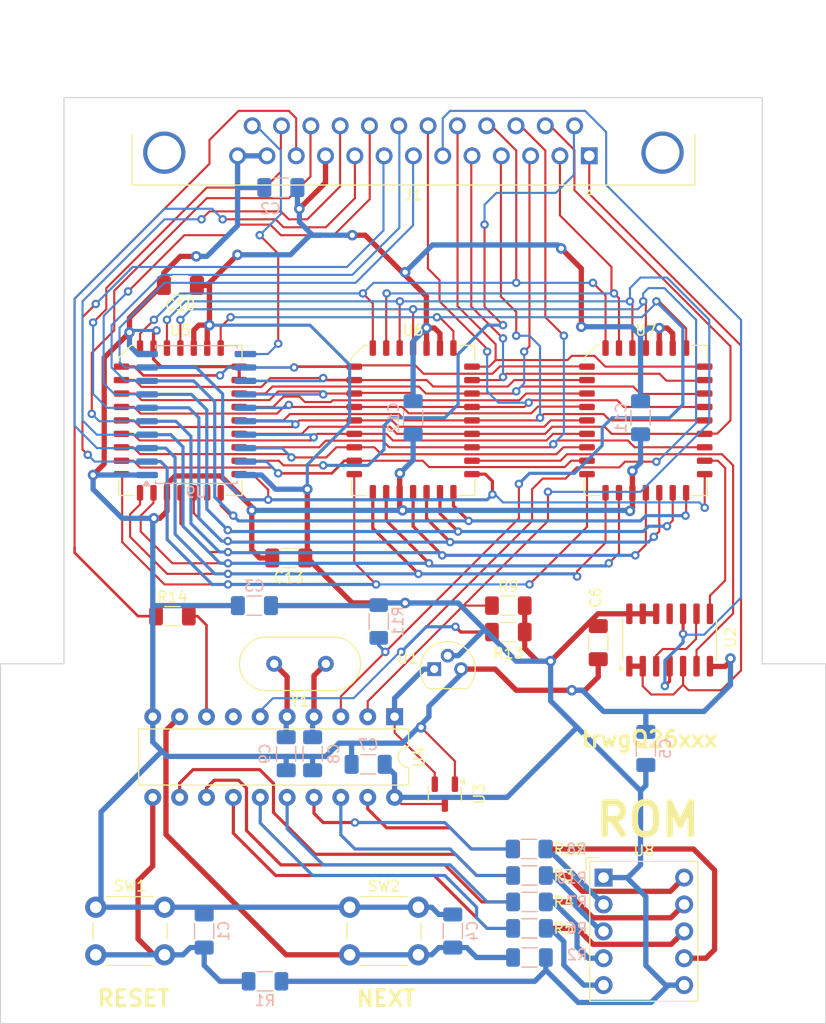
<source format=kicad_pcb>
(kicad_pcb (version 20240108) (generator "pcbnew") (generator_version "8.0")
  (layers (0 "F.Cu" signal) (31 "B.Cu" signal) (34 "B.Paste" user) (35 "F.Paste" user) (36 "B.SilkS" user "B.Silkscreen") (37 "F.SilkS" user "F.Silkscreen") (38 "B.Mask" user) (39 "F.Mask" user) (44 "Edge.Cuts" user))
  (net 0 "")
  (net 1 "GND")
  (net 2 "RST_SW")
  (net 3 "NEXT_SW")
  (net 4 "+5V")
  (net 5 "Net-(U4-XTAL2)")
  (net 6 "Net-(U4-XTAL1)")
  (net 7 "/A12")
  (net 8 "#FLT_RST")
  (net 9 "/D6")
  (net 10 "/A11")
  (net 11 "AS")
  (net 12 "/A13")
  (net 13 "B")
  (net 14 "#A")
  (net 15 "/A8")
  (net 16 "/A15")
  (net 17 "/D7")
  (net 18 "/D5")
  (net 19 "#RD")
  (net 20 "/D2")
  (net 21 "/A9")
  (net 22 "/D1")
  (net 23 "/D4")
  (net 24 "/A10")
  (net 25 "/A14")
  (net 26 "/D0")
  (net 27 "/D3")
  (net 28 "B+C")
  (net 29 "Net-(U8-A)")
  (net 30 "Net-(U4-P1.0)")
  (net 31 "Net-(U8-B)")
  (net 32 "Net-(U4-P1.1)")
  (net 33 "Net-(U8-C)")
  (net 34 "Net-(U4-P1.2)")
  (net 35 "Net-(U8-D)")
  (net 36 "Net-(U4-P1.3)")
  (net 37 "Net-(U8-E)")
  (net 38 "Net-(U4-P1.4)")
  (net 39 "Net-(U4-P1.5)")
  (net 40 "Net-(U8-F)")
  (net 41 "A16")
  (net 42 "Net-(U4-P1.6)")
  (net 43 "Net-(U8-G)")
  (net 44 "A17")
  (net 45 "Net-(U8-DP)")
  (net 46 "Net-(U4-P1.7)")
  (net 47 "A18")
  (net 48 "CPU_RST")
  (net 49 "#B")
  (net 50 "#C")
  (net 52 "Net-(U2-Pad3)")
  (net 54 "/A2")
  (net 55 "/A1")
  (net 56 "/A4")
  (net 57 "/A5")
  (net 58 "/A7")
  (net 59 "/A6")
  (net 60 "/A0")
  (net 61 "/A3")
  (net 62 "Net-(U4-P3.4)")
  (footprint "Resistor_SMD:R_1206_3216Metric_Pad1.30x1.75mm_HandSolder" (layer "F.Cu") (at 164 70.5)
    (property "Reference" "R9")
    (property "Value" "10k")
  )
  (footprint "MountingHole:MountingHole_3.2mm_M3_DIN965" (layer "F.Cu") (at 161 82)
    (property "Reference" "REF**" (hide yes))
    (property "Value" "M3")
  )
  (footprint "MountingHole:MountingHole_3.2mm_M3_DIN965" (layer "F.Cu") (at 120 82)
    (property "Reference" "REF**" (hide yes))
    (property "Value" "M3")
  )
  (footprint "Display_7Segment:Sx39-1xxxxx" (layer "F.Cu") (at 173 96.2)
    (property "Reference" "U8")
    (property "Value" "SA39-12SRWA")
  )
  (footprint "Resistor_SMD:R_1206_3216Metric_Pad1.30x1.75mm_HandSolder" (layer "F.Cu") (at 166 98.5)
    (property "Reference" "R4")
    (property "Value" "1k")
  )
  (footprint "Resistor_SMD:R_1206_3216Metric_Pad1.30x1.75mm_HandSolder" (layer "F.Cu") (at 166 101)
    (property "Reference" "R5")
    (property "Value" "1k")
  )
  (footprint "Resistor_SMD:R_1206_3216Metric_Pad1.30x1.75mm_HandSolder" (layer "F.Cu") (at 132.25 71.5)
    (property "Reference" "R14")
    (property "Value" "330")
  )
  (footprint "MountingHole:MountingHole_3.2mm_M3_DIN965" (layer "F.Cu") (at 190 82)
    (property "Reference" "REF**" (hide yes))
    (property "Value" "M3")
  )
  (footprint "Connector_Dsub:DSUB-25_Male_Horizontal_P2.77x2.84mm_EdgePinOffset4.94mm_Housed_MountingHolesOffset7.48mm" (layer "F.Cu") (at 171.65 28 180)
    (property "Reference" "J1")
    (property "Value" "DB25_Plug")
  )
  (footprint "Capacitor_SMD:C_1206_3216Metric_Pad1.33x1.80mm_HandSolder" (layer "F.Cu") (at 133 40.25 180)
    (property "Reference" "C10")
    (property "Value" "100n")
  )
  (footprint "Capacitor_SMD:C_1206_3216Metric_Pad1.33x1.80mm_HandSolder" (layer "F.Cu") (at 143.25 66 180)
    (property "Reference" "C13")
    (property "Value" "100n")
  )
  (footprint "Package_LCC:PLCC-32_11.4x14.0mm_P1.27mm" (layer "F.Cu") (at 133 53)
    (property "Reference" "U5")
    (property "Value" "SST39SF040")
  )
  (footprint "Package_TO_SOT_THT:TO-92" (layer "F.Cu") (at 157 76.5)
    (property "Reference" "U1")
    (property "Value" "DS1812")
  )
  (footprint "Package_DIP:DIP-20_W7.62mm" (layer "F.Cu") (at 153.25 81 -90)
    (property "Reference" "U4")
    (property "Value" "AT89C2051-12P")
  )
  (footprint "Package_TO_SOT_SMD:SOT-23" (layer "F.Cu") (at 158 88.3125 -90)
    (property "Reference" "U3")
    (property "Value" "LM810")
  )
  (footprint "Resistor_SMD:R_1206_3216Metric_Pad1.30x1.75mm_HandSolder" (layer "F.Cu") (at 164 73)
    (property "Reference" "R13")
    (property "Value" "10k")
  )
  (footprint "Button_Switch_THT:SW_PUSH_6mm" (layer "F.Cu") (at 125 99)
    (property "Reference" "SW1")
    (property "Value" "RST")
  )
  (footprint "Capacitor_SMD:C_1206_3216Metric_Pad1.33x1.80mm_HandSolder" (layer "F.Cu") (at 172.5 74 -90)
    (property "Reference" "C6")
    (property "Value" "100n")
  )
  (footprint "MountingHole:MountingHole_3.2mm_M3_DIN965" (layer "F.Cu") (at 125 25.5)
    (property "Reference" "REF**" (hide yes))
    (property "Value" "M3")
  )
  (footprint "Package_LCC:PLCC-32_11.4x14.0mm_P1.27mm" (layer "F.Cu") (at 155 53)
    (property "Reference" "U6")
    (property "Value" "SST39SF040")
  )
  (footprint "Crystal:Crystal_HC49-4H_Vertical" (layer "F.Cu") (at 146.75 76 180)
    (property "Reference" "Y1")
    (property "Value" "12MHz")
  )
  (footprint "Resistor_SMD:R_1206_3216Metric_Pad1.30x1.75mm_HandSolder" (layer "F.Cu") (at 166 93.5)
    (property "Reference" "R12")
    (property "Value" "1k")
  )
  (footprint "Resistor_SMD:R_1206_3216Metric_Pad1.30x1.75mm_HandSolder" (layer "F.Cu") (at 166 96)
    (property "Reference" "R3")
    (property "Value" "1k")
  )
  (footprint "Package_SO:SOIC-14_3.9x8.7mm_P1.27mm" (layer "F.Cu") (at 179.25 73.75 90)
    (property "Reference" "U2")
    (property "Value" "74HC00")
  )
  (footprint "MountingHole:MountingHole_3.2mm_M3_DIN965" (layer "F.Cu") (at 185 25.5)
    (property "Reference" "REF**" (hide yes))
    (property "Value" "M3")
  )
  (footprint "Button_Switch_THT:SW_PUSH_6mm" (layer "F.Cu") (at 149 99)
    (property "Reference" "SW2")
    (property "Value" "NEXT")
  )
  (footprint "Package_LCC:PLCC-32_11.4x14.0mm_P1.27mm" (layer "F.Cu") (at 177 53)
    (property "Reference" "U7")
    (property "Value" "SST39SF040")
  )
  (footprint "Resistor_SMD:R_1206_3216Metric_Pad1.30x1.75mm_HandSolder" (layer "B.Cu") (at 141 106)
    (property "Reference" "R1")
    (property "Value" "10k")
  )
  (footprint "Capacitor_SMD:C_1206_3216Metric_Pad1.33x1.80mm_HandSolder" (layer "B.Cu") (at 142.5 31 180)
    (property "Reference" "C2")
    (property "Value" "100n")
  )
  (footprint "Capacitor_SMD:C_1206_3216Metric_Pad1.33x1.80mm_HandSolder" (layer "B.Cu") (at 177 84 90)
    (property "Reference" "C5")
    (property "Value" "100n")
  )
  (footprint "Capacitor_SMD:C_1206_3216Metric_Pad1.33x1.80mm_HandSolder" (layer "B.Cu") (at 140 70.5 180)
    (property "Reference" "C3")
    (property "Value" "100n")
  )
  (footprint "Resistor_SMD:R_1206_3216Metric_Pad1.30x1.75mm_HandSolder" (layer "B.Cu") (at 166 101)
    (property "Reference" "R6")
    (property "Value" "1k")
  )
  (footprint "Capacitor_SMD:C_1206_3216Metric_Pad1.33x1.80mm_HandSolder" (layer "B.Cu") (at 158.75 101.25 90)
    (property "Reference" "C4")
    (property "Value" "100n")
  )
  (footprint "Resistor_SMD:R_1206_3216Metric_Pad1.30x1.75mm_HandSolder" (layer "B.Cu") (at 166 98.5)
    (property "Reference" "R7")
    (property "Value" "1k")
  )
  (footprint "Capacitor_SMD:C_1206_3216Metric_Pad1.33x1.80mm_HandSolder" (layer "B.Cu") (at 145.5 84.5 -90)
    (property "Reference" "C8")
    (property "Value" "22p")
  )
  (footprint "Capacitor_SMD:C_1206_3216Metric_Pad1.33x1.80mm_HandSolder" (layer "B.Cu") (at 135.25 101.25 90)
    (property "Reference" "C1")
    (property "Value" "100n")
  )
  (footprint "Capacitor_SMD:C_1206_3216Metric_Pad1.33x1.80mm_HandSolder" (layer "B.Cu") (at 143 84.5 -90)
    (property "Reference" "C9")
    (property "Value" "22p")
  )
  (footprint "Package_SO:SOIC-20W_7.5x12.8mm_P1.27mm" (layer "B.Cu") (at 134.5 52.445)
    (property "Reference" "U9")
    (property "Value" "74LS573")
  )
  (footprint "Resistor_SMD:R_1206_3216Metric_Pad1.30x1.75mm_HandSolder" (layer "B.Cu") (at 166 96)
    (property "Reference" "R10")
    (property "Value" "1k")
  )
  (footprint "Capacitor_SMD:C_1206_3216Metric_Pad1.33x1.80mm_HandSolder" (layer "B.Cu") (at 150.75 85.5 180)
    (property "Reference" "C7")
    (property "Value" "100n")
  )
  (footprint "Resistor_SMD:R_1206_3216Metric_Pad1.30x1.75mm_HandSolder" (layer "B.Cu") (at 165.95 93.5)
    (property "Reference" "R8")
    (property "Value" "1k")
  )
  (footprint "Resistor_SMD:R_1206_3216Metric_Pad1.30x1.75mm_HandSolder" (layer "B.Cu") (at 166 103.75)
    (property "Reference" "R2")
    (property "Value" "10k")
  )
  (footprint "Capacitor_SMD:C_1206_3216Metric_Pad1.33x1.80mm_HandSolder" (layer "B.Cu") (at 155 52.75 -90)
    (property "Reference" "C12")
    (property "Value" "100n")
  )
  (footprint "Capacitor_SMD:C_1206_3216Metric_Pad1.33x1.80mm_HandSolder" (layer "B.Cu") (at 176.5 52.75 -90)
    (property "Reference" "C11")
    (property "Value" "100n")
  )
  (footprint "Resistor_SMD:R_1206_3216Metric_Pad1.30x1.75mm_HandSolder" (layer "B.Cu") (at 151.75 72 90)
    (property "Reference" "R11")
    (property "Value" "10k")
  )
  (gr_line (start 116 76) (end 116 110) (stroke (width 0.1)) (layer "Edge.Cuts"))
  (gr_line (start 194 76) (end 188 76) (stroke (width 0.1)) (layer "Edge.Cuts"))
  (gr_line (start 122 76) (end 116 76) (stroke (width 0.1)) (layer "Edge.Cuts"))
  (gr_line (start 122 22.5) (end 122 76) (stroke (width 0.1)) (layer "Edge.Cuts"))
  (gr_line (start 188 22.5) (end 122 22.5) (stroke (width 0.1)) (layer "Edge.Cuts"))
  (gr_line (start 188 76) (end 188 22.5) (stroke (width 0.1)) (layer "Edge.Cuts"))
  (gr_line (start 194 110) (end 194 76) (stroke (width 0.1)) (layer "Edge.Cuts"))
  (gr_line (start 116 110) (end 194 110) (stroke (width 0.1)) (layer "Edge.Cuts"))
  (gr_text "RESET" (at 125 108.5 0) (layer "F.SilkS") (effects (font (size 1.5 1.5) (thickness 0.3) (bold yes)) (justify left bottom)))
  (gr_text "ROM" (at 172 92.5 0) (layer "F.SilkS") (effects (font (size 3 3) (thickness 0.6) (bold yes)) (justify left bottom)))
  (gr_text "trwgQ26xxx" (at 170.75 84 0) (layer "F.SilkS") (effects (font (size 1.5 1.5) (thickness 0.3) (bold yes)) (justify left bottom)))
  (gr_text "NEXT" (at 149.5 108.5 0) (layer "F.SilkS") (effects (font (size 1.5 1.5) (thickness 0.3) (bold yes)) (justify left bottom)))
  (segment (start 140.5 66) (end 139.75 65.25) (width 0.5) (layer "F.Cu") (net 1))
  (segment (start 158.95 87.375) (end 158.95 85.2) (width 0.2) (layer "F.Cu") (net 1))
  (segment (start 153.73 59.8375) (end 153.73 61.23) (width 0.5) (layer "F.Cu") (net 1))
  (segment (start 131.73 59.02) (end 131.73 59.8375) (width 0.5) (layer "F.Cu") (net 1))
  (segment (start 131.73 59.8375) (end 131.73 61.58) (width 0.5) (layer "F.Cu") (net 1))
  (segment (start 162.75 76.5) (end 159.54 76.5) (width 0.5) (layer "F.Cu") (net 1))
  (segment (start 128.190686 44.690686) (end 125.8 47.081372) (width 0.5) (layer "F.Cu") (net 1))
  (segment (start 184.5 76.25) (end 185 75.75) (width 0.5) (layer "F.Cu") (net 1))
  (segment (start 139.75 61.187316) (end 136.812684 58.25) (width 0.5) (layer "F.Cu") (net 1))
  (segment (start 134.5 37.5) (end 133 37.5) (width 0.5) (layer "F.Cu") (net 1))
  (segment (start 139.75 61.5) (end 139.75 61.187316) (width 0.5) (layer "F.Cu") (net 1))
  (segment (start 125.8 57.11) (end 124.75 58.16) (width 0.5) (layer "F.Cu") (net 1))
  (segment (start 131.73 61.58) (end 131.06 62.25) (width 0.5) (layer "F.Cu") (net 1))
  (segment (start 141.6875 66) (end 140.5 66) (width 0.5) (layer "F.Cu") (net 1))
  (segment (start 130.46 44.79) (end 130.75 44.5) (width 0.3) (layer "F.Cu") (net 1))
  (segment (start 158.95 85.2) (end 155.75 82) (width 0.2) (layer "F.Cu") (net 1))
  (segment (start 164.75 78.5) (end 162.75 76.5) (width 0.5) (layer "F.Cu") (net 1))
  (segment (start 175.73 59.8375) (end 175.73 57.77) (width 0.5) (layer "F.Cu") (net 1))
  (segment (start 175.73 59.8375) (end 175.73 61.27) (width 0.5) (layer "F.Cu") (net 1))
  (segment (start 131.25 40.25) (end 128.190686 43.309314) (width 0.5) (layer "F.Cu") (net 1))
  (segment (start 132.5 58.25) (end 131.73 59.02) (width 0.5) (layer "F.Cu") (net 1))
  (segment (start 171.25 78.5) (end 170 78.5) (width 0.5) (layer "F.Cu") (net 1))
  (segment (start 183.085 76.25) (end 184.5 76.25) (width 0.5) (layer "F.Cu") (net 1))
  (segment (start 138.5625 49.19) (end 138.5625 47.92) (width 0.3) (layer "F.Cu") (net 1))
  (segment (start 172.5 77.25) (end 171.25 78.5) (width 0.5) (layer "F.Cu") (net 1))
  (segment (start 130.46 46.1625) (end 130.46 44.79) (width 0.3) (layer "F.Cu") (net 1))
  (segment (start 153.73 59.8375) (end 153.73 58.02) (width 0.5) (layer "F.Cu") (net 1))
  (segment (start 183.06 76.225) (end 183.085 76.25) (width 0.5) (layer "F.Cu") (net 1))
  (segment (start 131.4375 40.25) (end 131.25 40.25) (width 0.5) (layer "F.Cu") (net 1))
  (segment (start 185 75.75) (end 185 75.5) (width 0.5) (layer "F.Cu") (net 1))
  (segment (start 139.75 65.25) (end 139.75 61.5) (width 0.5) (layer "F.Cu") (net 1))
  (segment (start 175.75 57.75) (end 175.73 57.77) (width 0.5) (layer "F.Cu") (net 1))
  (segment (start 138.5625 47.92) (end 131.17 47.92) (width 0.3) (layer "F.Cu") (net 1))
  (segment (start 175.5 61.5) (end 175.5 61.55) (width 0.5) (layer "F.Cu") (net 1))
  (segment (start 175.73 61.27) (end 175.5 61.5) (width 0.5) (layer "F.Cu") (net 1))
  (segment (start 136.812684 58.25) (end 132.5 58.25) (width 0.5) (layer "F.Cu") (net 1))
  (segment (start 172.5 75.5625) (end 172.5 77.25) (width 0.5) (layer "F.Cu") (net 1))
  (segment (start 128.190686 43.309314) (end 128.190686 44.690686) (width 0.5) (layer "F.Cu") (net 1))
  (segment (start 125.8 47.081372) (end 125.8 57.11) (width 0.5) (layer "F.Cu") (net 1))
  (segment (start 131.17 47.92) (end 130.46 47.21) (width 0.3) (layer "F.Cu") (net 1))
  (segment (start 133 37.5) (end 131.4375 39.0625) (width 0.5) (layer "F.Cu") (net 1))
  (segment (start 170 78.5) (end 164.75 78.5) (width 0.5) (layer "F.Cu") (net 1))
  (segment (start 153.73 58.02) (end 153.75 58) (width 0.5) (layer "F.Cu") (net 1))
  (segment (start 130.46 47.21) (end 130.46 46.1625) (width 0.3) (layer "F.Cu") (net 1))
  (segment (start 153.73 61.23) (end 154 61.5) (width 0.5) (layer "F.Cu") (net 1))
  (segment (start 131.4375 39.0625) (end 131.4375 40.25) (width 0.5) (layer "F.Cu") (net 1))
  (segment (start 131.06 62.25) (end 130.5 62.25) (width 0.5) (layer "F.Cu") (net 1))
  (via (at 134.5 37.5) (size 1) (drill 0.5) (layers "F.Cu" "B.Cu") (net 1))
  (via (at 170 78.5) (size 1) (drill 0.5) (layers "F.Cu" "B.Cu") (net 1))
  (via (at 128.190686 44.690686) (size 1) (drill 0.5) (layers "F.Cu" "B.Cu") (net 1))
  (via (at 139.75 61.5) (size 1) (drill 0.5) (layers "F.Cu" "B.Cu") (net 1))
  (via (at 153.75 58) (size 1) (drill 0.5) (layers "F.Cu" "B.Cu") (net 1))
  (via (at 130.75 44.5) (size 0.8) (drill 0.4) (layers "F.Cu" "B.Cu") (net 1))
  (via (at 124.75 58.16) (size 1) (drill 0.5) (layers "F.Cu" "B.Cu") (net 1))
  (via (at 130.5 62.25) (size 1) (drill 0.5) (layers "F.Cu" "B.Cu") (net 1))
  (via (at 175.73 57.77) (size 1) (drill 0.5) (layers "F.Cu" "B.Cu") (net 1))
  (via (at 175.5 61.55) (size 1) (drill 0.5) (layers "F.Cu" "B.Cu") (net 1))
  (via (at 154 61.5) (size 1) (drill 0.5) (layers "F.Cu" "B.Cu") (net 1))
  (via (at 185 75.5) (size 1) (drill 0.5) (layers "F.Cu" "B.Cu") (net 1))
  (via (at 155.75 82) (size 1) (drill 0.5) (layers "F.Cu" "B.Cu") (net 1))
  (segment (start 149.1875 85.5) (end 149.1875 83.5625) (width 0.5) (layer "B.Cu") (net 1))
  (segment (start 156.5 80.02) (end 159.54 76.98) (width 0.5) (layer "B.Cu") (net 1))
  (segment (start 128 44.88) (end 128 44.5) (width 0.3) (layer "B.Cu") (net 1))
  (segment (start 176.5 57) (end 175.73 57.77) (width 0.5) (layer "B.Cu") (net 1))
  (segment (start 154 61.5) (end 175.25 61.5) (width 0.5) (layer "B.Cu") (net 1))
  (segment (start 145.5 86.0625) (end 145.5 84.75) (width 0.5) (layer "B.Cu") (net 1))
  (segment (start 156.75 99) (end 155.5 99) (width 0.5) (layer "B.Cu") (net 1))
  (segment (start 154 83.5) (end 155.75 81.75) (width 0.5) (layer "B.Cu") (net 1))
  (segment (start 146.75 84.75) (end 148 83.5) (width 0.5) (layer "B.Cu") (net 1))
  (segment (start 130.39 81) (end 130.39 83.39) (width 0.5) (layer "B.Cu") (net 1))
  (segment (start 138.41 28) (end 138.41 31) (width 0.5) (layer "B.Cu") (net 1))
  (segment (start 173 80.5) (end 171 78.5) (width 0.5) (layer "B.Cu") (net 1))
  (segment (start 130.75 44.5) (end 128.381372 44.5) (width 0.3) (layer "B.Cu") (net 1))
  (segment (start 131.25 84.25) (end 131.75 84.75) (width 0.5) (layer "B.Cu") (net 1))
  (segment (start 131.75 84.75) (end 143 84.75) (width 0.5) (layer "B.Cu") (net 1))
  (segment (start 157.4375 99.6875) (end 156.75 99) (width 0.5) (layer "B.Cu") (net 1))
  (segment (start 182.5 80.5) (end 177 80.5) (width 0.5) (layer "B.Cu") (net 1))
  (segment (start 140.9375 31) (end 138.41 31) (width 0.5) (layer "B.Cu") (net 1))
  (segment (start 159.54 76.98) (end 159.54 76.5) (width 0.5) (layer "B.Cu") (net 1))
  (segment (start 138.41 34.59) (end 138.41 31) (width 0.5) (layer "B.Cu") (net 1))
  (segment (start 128.98 46.73) (end 128.190686 45.940686) (width 0.5) (layer "B.Cu") (net 1))
  (segment (start 129.85 58.16) (end 124.75 58.16) (width 0.5) (layer "B.Cu") (net 1))
  (segment (start 155.75 81.75) (end 156.5 81) (width 0.5) (layer "B.Cu") (net 1))
  (segment (start 141.18 28) (end 138.41 28) (width 0.5) (layer "B.Cu") (net 1))
  (segment (start 128 44.5) (end 128.190686 44.690686) (width 0.3) (layer "B.Cu") (net 1))
  (segment (start 171 78.5) (end 170 78.5) (width 0.5) (layer "B.Cu") (net 1))
  (segment (start 149 99) (end 155.5 99) (width 0.5) (layer "B.Cu") (net 1))
  (segment (start 156.5 81) (end 156.5 80.02) (width 0.5) (layer "B.Cu") (net 1))
  (segment (start 177 82.4375) (end 177 80.5) (width 0.5) (layer "B.Cu") (net 1))
  (segment (start 149.1875 83.5625) (end 149.25 83.5) (width 0.5) (layer "B.Cu") (net 1))
  (segment (start 128.381372 44.5) (end 128.190686 44.690686) (width 0.3) (layer "B.Cu") (net 1))
  (segment (start 143 84.75) (end 145.5 84.75) (width 0.5) (layer "B.Cu") (net 1))
  (segment (start 132 99) (end 125.5 99) (width 0.5) (layer "B.Cu") (net 1))
  (segment (start 132 99) (end 149 99) (width 0.5) (layer "B.Cu") (net 1))
  (segment (start 130.5 62.25) (end 127.5 62.25) (width 0.5) (layer "B.Cu") (net 1))
  (segment (start 130.39 83.39) (end 131.25 84.25) (width 0.5) (layer "B.Cu") (net 1))
  (segment (start 125.5 90) (end 131.25 84.25) (width 0.5) (layer "B.Cu") (net 1))
  (segment (start 155 54.3125) (end 155 56.75) (width 0.5) (layer "B.Cu") (net 1))
  (segment (start 125.5 99) (end 125.5 90) (width 0.5) (layer "B.Cu") (net 1))
  (segment (start 155 56.75) (end 153.75 58) (width 0.5) (layer "B.Cu") (net 1))
  (segment (start 185 75.5) (end 185 78) (width 0.5) (layer "B.Cu") (net 1))
  (segment (start 155.75 81.75) (end 155.75 82) (width 0.2) (layer "B.Cu") (net 1))
  (segment (start 134.5 37.5) (end 135.5 37.5) (width 0.5) (layer "B.Cu") (net 1))
  (segment (start 130.39 62.36) (end 130.5 62.25) (width 0.5) (layer "B.Cu") (net 1))
  (segment (start 176.5 54.3125) (end 176.5 57) (width 0.5) (layer "B.Cu") (net 1))
  (segment (start 138.4375 70.5) (end 130.39 70.5) (width 0.5) (layer "B.Cu") (net 1))
  (segment (start 154 61.5) (end 153.75 61.5) (width 0.5) (layer "B.Cu") (net 1))
  (segment (start 158.75 99.6875) (end 157.4375 99.6875) (width 0.5) (layer "B.Cu") (net 1))
  (segment (start 185 78) (end 182.5 80.5) (width 0.5) (layer "B.Cu") (net 1))
  (segment (start 148 83.5) (end 149.25 83.5) (width 0.5) (layer "B.Cu") (net 1))
  (segment (start 128.190686 45.940686) (end 128.190686 44.690686) (width 0.5) (layer "B.Cu") (net 1))
  (segment (start 129.85 46.73) (end 128.98 46.73) (width 0.5) (layer "B.Cu") (net 1))
  (segment (start 130.39 70.5) (end 130.39 62.36) (width 0.5) (layer "B.Cu") (net 1))
  (segment (start 149.25 83.5) (end 154 83.5) (width 0.5) (layer "B.Cu") (net 1))
  (segment (start 124.75 59.5) (end 124.75 58.16) (width 0.5) (layer "B.Cu") (net 1))
  (segment (start 127.5 62.25) (end 124.75 59.5) (width 0.5) (layer "B.Cu") (net 1))
  (segment (start 135.5 37.5) (end 138.41 34.59) (width 0.5) (layer "B.Cu") (net 1))
  (segment (start 130.39 81) (end 130.39 70.5) (width 0.5) (layer "B.Cu") (net 1))
  (segment (start 145.5 84.75) (end 146.75 84.75) (width 0.5) (layer "B.Cu") (net 1))
  (segment (start 143 86.0625) (end 143 84.75) (width 0.5) (layer "B.Cu") (net 1))
  (segment (start 177 80.5) (end 173 80.5) (width 0.5) (layer "B.Cu") (net 1))
  (segment (start 153.75 61.5) (end 139.75 61.5) (width 0.5) (layer "B.Cu") (net 1))
  (segment (start 130.39 88.62) (end 130.39 95.11) (width 0.5) (layer "F.Cu") (net 2))
  (segment (start 129 96.5) (end 129 102) (width 0.5) (layer "F.Cu") (net 2))
  (segment (start 130.5 103.5) (end 131.5 103.5) (width 0.5) (layer "F.Cu") (net 2))
  (segment (start 130.39 95.11) (end 129 96.5) (width 0.5) (layer "F.Cu") (net 2))
  (segment (start 129 102) (end 130.5 103.5) (width 0.5) (layer "F.Cu") (net 2))
  (segment (start 136.75 106) (end 135.25 104.5) (width 0.5) (layer "B.Cu") (net 2))
  (segment (start 135.25 102.8125) (end 133.9375 102.8125) (width 0.5) (layer "B.Cu") (net 2))
  (segment (start 133.9375 102.8125) (end 133.25 103.5) (width 0.5) (layer "B.Cu") (net 2))
  (segment (start 139.45 106) (end 136.75 106) (width 0.5) (layer "B.Cu") (net 2))
  (segment (start 133.25 103.5) (end 132 103.5) (width 0.5) (layer "B.Cu") (net 2))
  (segment (start 125.5 103.5) (end 132 103.5) (width 0.5) (layer "B.Cu") (net 2))
  (segment (start 135.25 104.5) (end 135.25 102.8125) (width 0.5) (layer "B.Cu") (net 2))
  (segment (start 131.64 92.14) (end 131.64 82.29) (width 0.5) (layer "F.Cu") (net 3))
  (segment (start 143 103.5) (end 131.64 92.14) (width 0.5) (layer "F.Cu") (net 3))
  (segment (start 133 81.07) (end 132.93 81) (width 0.2) (layer "F.Cu") (net 3))
  (segment (start 131.64 82.29) (end 132.93 81) (width 0.5) (layer "F.Cu") (net 3))
  (segment (start 149 103.5) (end 143 103.5) (width 0.5) (layer "F.Cu") (net 3))
  (segment (start 149 103.5) (end 155.5 103.5) (width 0.5) (layer "B.Cu") (net 3))
  (segment (start 156.75 103.5) (end 155.5 103.5) (width 0.5) (layer "B.Cu") (net 3))
  (segment (start 158.75 102.8125) (end 160.0625 102.8125) (width 0.5) (layer "B.Cu") (net 3))
  (segment (start 157.4375 102.8125) (end 156.75 103.5) (width 0.5) (layer "B.Cu") (net 3))
  (segment (start 158.75 102.8125) (end 157.4375 102.8125) (width 0.5) (layer "B.Cu") (net 3))
  (segment (start 160.0625 102.8125) (end 161 103.75) (width 0.5) (layer "B.Cu") (net 3))
  (segment (start 161 103.75) (end 164.45 103.75) (width 0.5) (layer "B.Cu") (net 3))
  (segment (start 168 75.75) (end 166.75 75.75) (width 0.5) (layer "F.Cu") (net 4))
  (segment (start 134.27 46.1625) (end 134.27 44.48) (width 0.5) (layer "F.Cu") (net 4))
  (segment (start 156.25 41.277817) (end 156.25 44.25) (width 0.5) (layer "F.Cu") (net 4))
  (segment (start 149.25 70.25) (end 145 66) (width 0.5) (layer "F.Cu") (net 4))
  (segment (start 179.02 44.27) (end 178.27 44.27) (width 0.5) (layer "F.Cu") (net 4))
  (segment (start 153.88 89.25) (end 153.25 88.62) (width 0.2) (layer "F.Cu") (net 4))
  (segment (start 154.25 70.25) (end 149.25 70.25) (width 0.5) (layer "F.Cu") (net 4))
  (segment (start 135.54 46.1625) (end 135.54 44.21) (width 0.5) (layer "F.Cu") (net 4))
  (segment (start 135.75 44) (end 135.75 41.5) (width 0.5) (layer "F.Cu") (net 4))
  (segment (start 135.75 40) (end 135.75 41.5) (width 0.5) (layer "F.Cu") (net 4))
  (segment (start 176.71 71.275) (end 177.98 71.275) (width 0.5) (layer "F.Cu") (net 4))
  (segment (start 134.75 44) (end 135.75 44) (width 0.5) (layer "F.Cu") (net 4))
  (segment (start 157.54 46.1625) (end 157.54 44.79) (width 0.5) (layer "F.Cu") (net 4))
  (segment (start 175.44 71.275) (end 176.71 71.275) (width 0.5) (layer "F.Cu") (net 4))
  (segment (start 172.4375 72.4375) (end 171.875 71.875) (width 0.5) (layer "F.Cu") (net 4))
  (segment (start 149.25 35.5) (end 150.472183 35.5) (width 0.5) (layer "F.Cu") (net 4))
  (segment (start 146.72 28) (end 146.72 30.53) (width 0.5) (layer "F.Cu") (net 4))
  (segment (start 146.72 30.53) (end 144.25 33) (width 0.5) (layer "F.Cu") (net 4))
  (segment (start 157.02 44.27) (end 156.27 44.27) (width 0.5) (layer "F.Cu") (net 4))
  (segment (start 178.27 46.1625) (end 178.27 44.27) (width 0.5) (layer "F.Cu") (net 4))
  (segment (start 135.54 44.21) (end 135.75 44) (width 0.5) (layer "F.Cu") (net 4))
  (segment (start 134.27 44.48) (end 134.75 44) (width 0.5) (layer "F.Cu") (net 4))
  (segment (start 171.875 71.875) (end 168 75.75) (width 0.5) (layer "F.Cu") (net 4))
  (segment (start 158 89.25) (end 153.88 89.25) (width 0.2) (layer "F.Cu") (net 4))
  (segment (start 150.472183 35.5) (end 156.25 41.277817) (width 0.5) (layer "F.Cu") (net 4))
  (segment (start 134.5625 40.25) (end 135.75 40.25) (width 0.5) (layer "F.Cu") (net 4))
  (segment (start 179.54 44.79) (end 179.02 44.27) (width 0.5) (layer "F.Cu") (net 4))
  (segment (start 165.55 70.5) (end 165.55 73) (width 0.5) (layer "F.Cu") (net 4))
  (segment (start 175.44 71.275) (end 172.475 71.275) (width 0.5) (layer "F.Cu") (net 4))
  (segment (start 166.75 75.75) (end 165.55 74.55) (width 0.5) (layer "F.Cu") (net 4))
  (segment (start 172.475 71.275) (end 171.875 71.875) (width 0.5) (layer "F.Cu") (net 4))
  (segment (start 179.54 46.1625) (end 179.54 44.79) (width 0.5) (layer "F.Cu") (net 4))
  (segment (start 156.27 46.1625) (end 156.27 44.27) (width 0.5) (layer "F.Cu") (net 4))
  (segment (start 172.5 72.4375) (end 172.4375 72.4375) (width 0.5) (layer "F.Cu") (net 4))
  (segment (start 170.9 38.65) (end 169 36.75) (width 0.5) (layer "F.Cu") (net 4))
  (segment (start 157.54 44.79) (end 157.02 44.27) (width 0.5) (layer "F.Cu") (net 4))
  (segment (start 156.27 44.27) (end 156.25 44.25) (width 0.5) (layer "F.Cu") (net 4))
  (segment (start 138.4 37.35) (end 135.75 40) (width 0.5) (layer "F.Cu") (net 4))
  (segment (start 165.55 74.55) (end 165.55 73) (width 0.5) (layer "F.Cu") (net 4))
  (segment (start 170.9 44.15) (end 170.9 38.65) (width 0.5) (layer "F.Cu") (net 4))
  (segment (start 135.75 40.25) (end 135.75 41.5) (width 0.5) (layer "F.Cu") (net 4))
  (segment (start 145 66) (end 145 59.5) (width 0.5) (layer "F.Cu") (net 4))
  (segment (start 178.25 44.25) (end 178.27 44.27) (width 0.5) (layer "F.Cu") (net 4))
  (via (at 169 36.75) (size 1) (drill 0.5) (layers "F.Cu" "B.Cu") (net 4))
  (via (at 145 59.5) (size 1) (drill 0.5) (layers "F.Cu" "B.Cu") (net 4))
  (via (at 156.27 44.27) (size 1) (drill 0.5) (layers "F.Cu" "B.Cu") (net 4))
  (via (at 138.4 37.35) (size 1) (drill 0.5) (layers "F.Cu" "B.Cu") (net 4))
  (via (at 170.9 44.15) (size 1) (drill 0.5) (layers "F.Cu" "B.Cu") (net 4))
  (via (at 178.27 44.27) (size 1) (drill 0.5) (layers "F.Cu" "B.Cu") (net 4))
  (via (at 154.25 70.25) (size 1) (drill 0.5) (layers "F.Cu" "B.Cu") (net 4))
  (via (at 149.25 35.5) (size 1) (drill 0.5) (layers "F.Cu" "B.Cu") (net 4))
  (via (at 154.25 39) (size 1) (drill 0.5) (layers "F.Cu" "B.Cu") (net 4))
  (via (at 144.25 33) (size 1) (drill 0.5) (layers "F.Cu" "B.Cu") (net 4))
  (via (at 168 75.75) (size 1) (drill 0.5) (layers "F.Cu" "B.Cu") (net 4))
  (via (at 135.75 44) (size 1) (drill 0.5) (layers "F.Cu" "B.Cu") (net 4))
  (segment (start 141.5 59) (end 140.66 58.16) (width 0.5) (layer "B.Cu") (net 4))
  (segment (start 175.2 96.2) (end 175.25 96.25) (width 0.5) (layer "B.Cu") (net 4))
  (segment (start 149 47.75) (end 145.25 44) (width 0.3) (layer "B.Cu") (net 4))
  (segment (start 178.86 106.36) (end 180.62 106.36) (width 0.5) (layer "B.Cu") (net 4))
  (segment (start 145.5 35.5) (end 146.25 35.5) (width 0.5) (layer "B.Cu") (net 4))
  (segment (start 151.7 70.5) (end 151.75 70.45) (width 0.5) (layer "B.Cu") (net 4))
  (segment (start 175.65 44.15) (end 176.5 45) (width 0.5) (layer "B.Cu") (net 4))
  (segment (start 143.4 37.35) (end 145.25 35.5) (width 0.5) (layer "B.Cu") (net 4))
  (segment (start 145 59.5) (end 145 57.189339) (width 0.3) (layer "B.Cu") (net 4))
  (segment (start 167.55 104.95) (end 167.55 103.75) (width 0.5) (layer "B.Cu") (net 4))
  (segment (start 178.27 44.27) (end 177.23 44.27) (width 0.5) (layer "B.Cu") (net 4))
  (segment (start 142 59.5) (end 145 59.5) (width 0.5) (layer "B.Cu") (net 4))
  (segment (start 179.14 106.36) (end 177.5 108) (width 0.5) (layer "B.Cu") (net 4))
  (segment (start 149 53.189339) (end 149 47.75) (width 0.3) (layer "B.Cu") (net 4))
  (segment (start 159.25 70.25) (end 161.75 72.75) (width 0.5) (layer "B.Cu") (net 4))
  (segment (start 170.5 82) (end 176.25 87.75) (width 0.5) (layer "B.Cu") (net 4))
  (segment (start 154.25 70.25) (end 159.25 70.25) (width 0.5) (layer "B.Cu") (net 4))
  (segment (start 170.75 44) (end 170.9 44.15) (width 0.5) (layer "B.Cu") (net 4))
  (segment (start 155 51.1875) (end 155 45.54) (width 0.5) (layer "B.Cu") (net 4))
  (segment (start 168 79.5) (end 170.5 82) (width 0.5) (layer "B.Cu") (net 4))
  (segment (start 168.672818 36.422818) (end 156.827182 36.422818) (width 0.5) (layer "B.Cu") (net 4))
  (segment (start 177 87.5) (end 177 85.5625) (width 0.5) (layer "B.Cu") (net 4))
  (segment (start 176.5 45) (end 176.5 45.5) (width 0.5) (layer "B.Cu") (net 4))
  (segment (start 153.25 88.62) (end 153.25 86.4375) (width 0.5) (layer "B.Cu") (net 4))
  (segment (start 144.25 33) (end 144.25 34.25) (width 0.5) (layer "B.Cu") (net 4))
  (segment (start 169 36.75) (end 168.672818 36.422818) (width 0.5) (layer "B.Cu") (net 4))
  (segment (start 165 75.75) (end 168 75.75) (width 0.5) (layer "B.Cu") (net 4))
  (segment (start 140.66 58.16) (end 139.15 58.16) (width 0.5) (layer "B.Cu") (net 4))
  (segment (start 138.4 37.35) (end 143.4 37.35) (width 0.5) (layer "B.Cu") (net 4))
  (segment (start 142.55 106) (end 166.5 106) (width 0.5) (layer "B.Cu") (net 4))
  (segment (start 176.25 87.75) (end 176.5 88) (width 0.5) (layer "B.Cu") (net 4))
  (segment (start 141.5625 70.5) (end 151.7 70.5) (width 0.5) (layer "B.Cu") (net 4))
  (segment (start 178.27 44.27) (end 178.15 44.15) (width 0.5) (layer "B.Cu") (net 4))
  (segment (start 177.5 108) (end 170.6 108) (width 0.5) (layer "B.Cu") (net 4))
  (segment (start 170.9 44.15) (end 175.65 44.15) (width 0.5) (layer "B.Cu") (net 4))
  (segment (start 173 96.2) (end 175.2 96.2) (width 0.5) (layer "B.Cu") (net 4))
  (segment (start 177 98) (end 177 104.5) (width 0.5) (layer "B.Cu") (net 4))
  (segment (start 158.27 75.23) (end 159.27 75.23) (width 0.5) (layer "B.Cu") (net 4))
  (segment (start 145.25 35.5) (end 146.25 35.5) (width 0.5) (layer "B.Cu") (net 4))
  (segment (start 163.88 88.62) (end 170.5 82) (width 0.5) (layer "B.Cu") (net 4))
  (segment (start 175.25 96.25) (end 177 98) (width 0.5) (layer "B.Cu") (net 4))
  (segment (start 145.25 44) (end 135.75 44) (width 0.3) (layer "B.Cu") (net 4))
  (segment (start 177.23 44.27) (end 176.5 45) (width 0.5) (layer "B.Cu") (net 4))
  (segment (start 156.827182 36.422818) (end 154.25 39) (width 0.5) (layer "B.Cu") (net 4))
  (segment (start 153.25 88.62) (end 163.88 88.62) (width 0.5) (layer "B.Cu") (net 4))
  (segment (start 151.95 70.25) (end 151.75 70.45) (width 0.5) (layer "B.Cu") (net 4))
  (segment (start 170.6 108) (end 167.55 104.95) (width 0.5) (layer "B.Cu") (net 4))
  (segment (start 145 57.189339) (end 149 53.189339) (width 0.3) (layer "B.Cu") (net 4))
  (segment (start 180.62 106.36) (end 179.14 106.36) (width 0.5) (layer "B.Cu") (net 4))
  (segment (start 176.5 88) (end 177 87.5) (width 0.5) (layer "B.Cu") (net 4))
  (segment (start 168 75.75) (end 168 79.5) (width 0.5) (layer "B.Cu") (net 4))
  (segment (start 144.0625 31) (end 144.0625 32.8125) (width 0.5) (layer "B.Cu") (net 4))
  (segment (start 153.25 86.4375) (end 152.3125 85.5) (width 0.5) (layer "B.Cu") (net 4))
  (segment (start 154.25 70.25) (end 151.95 70.25) (width 0.5) (layer "B.Cu") (net 4))
  (segment (start 146.25 35.5) (end 149.25 35.5) (width 0.5) (layer "B.Cu") (net 4))
  (segment (start 176.5 95) (end 175.25 96.25) (width 0.5) (layer "B.Cu") (net 4))
  (segment (start 141.5 59) (end 142 59.5) (width 0.5) (layer "B.Cu") (net 4))
  (segment (start 164.75 75.75) (end 165 75.75) (width 0.5) (layer "B.Cu") (net 4))
  (segment (start 176.5 88) (end 176.5 95) (width 0.5) (layer "B.Cu") (net 4))
  (segment (start 177 104.5) (end 178.86 106.36) (width 0.5) (layer "B.Cu") (net 4))
  (segment (start 159.27 75.23) (end 161.75 72.75) (width 0.5) (layer "B.Cu") (net 4))
  (segment (start 144.25 34.25) (end 145.5 35.5) (width 0.5) (layer "B.Cu") (net 4))
  (segment (start 161.75 72.75) (end 164.75 75.75) (width 0.5) (layer "B.Cu") (net 4))
  (segment (start 155 45.54) (end 156.27 44.27) (width 0.5) (layer "B.Cu") (net 4))
  (segment (start 144.0625 32.8125) (end 144.25 33) (width 0.5) (layer "B.Cu") (net 4))
  (segment (start 166.5 106) (end 167.55 104.95) (width 0.5) (layer "B.Cu") (net 4))
  (segment (start 176.5 51.1875) (end 176.5 45.5) (width 0.5) (layer "B.Cu") (net 4))
  (segment (start 145.63 81) (end 145.63 77.12) (width 0.5) (layer "F.Cu") (net 5))
  (segment (start 145.63 77.12) (end 146.75 76) (width 0.5) (layer "F.Cu") (net 5))
  (segment (start 145.5 81.13) (end 145.63 81) (width 0.5) (layer "B.Cu") (net 5))
  (segment (start 145.5 82.9375) (end 145.5 81.13) (width 0.5) (layer "B.Cu") (net 5))
  (segment (start 143.09 81) (end 143.09 77.22) (width 0.5) (layer "F.Cu") (net 6))
  (segment (start 143.09 77.22) (end 141.87 76) (width 0.5) (layer "F.Cu") (net 6))
  (segment (start 143 81.09) (end 143.09 81) (width 0.5) (layer "B.Cu") (net 6))
  (segment (start 143 82.9375) (end 143 81.09) (width 0.5) (layer "B.Cu") (net 6))
  (segment (start 150.25 41) (end 151.19 41.94) (width 0.2) (layer "F.Cu") (net 7))
  (segment (start 164.75 27.5) (end 162.41 25.16) (width 0.2) (layer "F.Cu") (net 7))
  (segment (start 151.19 41.94) (end 151.19 46.1625) (width 0.2) (layer "F.Cu") (net 7))
  (segment (start 130.5 43.5) (end 129.19 44.81) (width 0.2) (layer "F.Cu") (net 7))
  (segment (start 172 40) (end 173.19 41.19) (width 0.2) (layer "F.Cu") (net 7))
  (segment (start 173.19 41.19) (end 173.19 46.1625) (width 0.2) (layer "F.Cu") (net 7))
  (segment (start 129.19 44.81) (end 129.19 46.1625) (width 0.2) (layer "F.Cu") (net 7))
  (segment (start 164.75 40) (end 164.75 27.5) (width 0.2) (layer "F.Cu") (net 7))
  (segment (start 162.41 25.16) (end 161.955 25.16) (width 0.2) (layer "F.Cu") (net 7))
  (via (at 164.75 40) (size 0.8) (drill 0.4) (layers "F.Cu" "B.Cu") (net 7))
  (via (at 150.25 41) (size 0.8) (drill 0.4) (layers "F.Cu" "B.Cu") (net 7))
  (via (at 172 40) (size 0.8) (drill 0.4) (layers "F.Cu" "B.Cu") (net 7))
  (via (at 130.5 43.5) (size 0.8) (drill 0.4) (layers "F.Cu" "B.Cu") (net 7))
  (segment (start 130.5 43.5) (end 133 41) (width 0.2) (layer "B.Cu") (net 7))
  (segment (start 133 41) (end 150.25 41) (width 0.2) (layer "B.Cu") (net 7))
  (segment (start 151.25 40) (end 150.25 41) (width 0.2) (layer "B.Cu") (net 7))
  (segment (start 172 40) (end 151.25 40) (width 0.2) (layer "B.Cu") (net 7))
  (segment (start 123 65) (end 123 65.5) (width 0.25) (layer "F.Cu") (net 8))
  (segment (start 143.95 24.45) (end 143.95 28) (width 0.2) (layer "F.Cu") (net 8))
  (segment (start 143.25 23.75) (end 143.95 24.45) (width 0.2) (layer "F.Cu") (net 8))
  (segment (start 135.75 26.5) (end 138.5 23.75) (width 0.2) (layer "F.Cu") (net 8))
  (segment (start 123 41.5) (end 135.75 28.75) (width 0.2) (layer "F.Cu") (net 8))
  (segment (start 123 65.5) (end 129 71.5) (width 0.25) (layer "F.Cu") (net 8))
  (segment (start 129 71.5) (end 130.7 71.5) (width 0.25) (layer "F.Cu") (net 8))
  (segment (start 138.5 23.75) (end 143.25 23.75) (width 0.2) (layer "F.Cu") (net 8))
  (segment (start 135.75 28.75) (end 135.75 26.5) (width 0.2) (layer "F.Cu") (net 8))
  (segment (start 123 65) (end 123 41.5) (width 0.2) (layer "F.Cu") (net 8))
  (segment (start 180.81 61.94) (end 180.75 62) (width 0.2) (layer "F.Cu") (net 9))
  (segment (start 160.25 62.5) (end 158.81 61.06) (width 0.3) (layer "F.Cu") (net 9))
  (segment (start 138 62) (end 138 62.25) (width 0.3) (layer "F.Cu") (net 9))
  (segment (start 137.75 62) (end 138 62) (width 0.3) (layer "F.Cu") (net 9))
  (segment (start 180.81 59.8375) (end 180.81 61.94) (width 0.2) (layer "F.Cu") (net 9))
  (segment (start 138 62.25) (end 138 62.25) (width 0.3) (layer "F.Cu") (net 9))
  (segment (start 136.81 59.8375) (end 136.81 61.06) (width 0.2) (layer "F.Cu") (net 9))
  (segment (start 158.81 61.06) (end 158.81 59.8375) (width 0.3) (layer "F.Cu") (net 9))
  (segment (start 136.81 61.06) (end 137.75 62) (width 0.2) (layer "F.Cu") (net 9))
  (via (at 180.75 62) (size 0.8) (drill 0.4) (layers "F.Cu" "B.Cu") (net 9))
  (via (at 160.25 62.5) (size 0.8) (drill 0.4) (layers "F.Cu" "B.Cu") (net 9))
  (via (at 138 62) (size 0.8) (drill 0.4) (layers "F.Cu" "B.Cu") (net 9))
  (segment (start 126.5 48) (end 127.77 49.27) (width 0.2) (layer "B.Cu") (net 9))
  (segment (start 149.25 39.25) (end 131.25 39.25) (width 0.2) (layer "B.Cu") (net 9))
  (segment (start 136.25 60.25) (end 138 62) (width 0.3) (layer "B.Cu") (net 9))
  (segment (start 136.25 51.25) (end 136.25 60.25) (width 0.3) (layer "B.Cu") (net 9))
  (segment (start 153.645 25.16) (end 153.7 25.215) (width 0.2) (layer "B.Cu") (net 9))
  (segment (start 131.25 39.25) (end 126.5 44) (width 0.2) (layer "B.Cu") (net 9))
  (segment (start 134.27 49.27) (end 136.25 51.25) (width 0.3) (layer "B.Cu") (net 9))
  (segment (start 153.7 34.8) (end 149.25 39.25) (width 0.2) (layer "B.Cu") (net 9))
  (segment (start 176.5 62.5) (end 160.25 62.5) (width 0.3) (layer "B.Cu") (net 9))
  (segment (start 180.75 62) (end 177 62) (width 0.3) (layer "B.Cu") (net 9))
  (segment (start 177 62) (end 176.5 62.5) (width 0.3) (layer "B.Cu") (net 9))
  (segment (start 138.5 62.5) (end 160.25 62.5) (width 0.3) (layer "B.Cu") (net 9))
  (segment (start 153.7 25.215) (end 153.7 34.8) (width 0.2) (layer "B.Cu") (net 9))
  (segment (start 129.85 49.27) (end 134.27 49.27) (width 0.3) (layer "B.Cu") (net 9))
  (segment (start 127.77 49.27) (end 129.85 49.27) (width 0.2) (layer "B.Cu") (net 9))
  (segment (start 126.5 44) (end 126.5 48) (width 0.2) (layer "B.Cu") (net 9))
  (segment (start 138 62) (end 138.5 62.5) (width 0.3) (layer "B.Cu") (net 9))
  (segment (start 142.75 53) (end 138.5625 53) (width 0.2) (layer "F.Cu") (net 10))
  (segment (start 166.75 53) (end 167.35 52.4) (width 0.2) (layer "F.Cu") (net 10))
  (segment (start 173 52.4) (end 173.6 53) (width 0.2) (layer "F.Cu") (net 10))
  (segment (start 164.75 42.75) (end 163.3 41.3) (width 0.2) (layer "F.Cu") (net 10))
  (segment (start 160.5625 53) (end 154.25 53) (width 0.2) (layer "F.Cu") (net 10))
  (segment (start 143.35 52.4) (end 142.75 53) (width 0.2) (layer "F.Cu") (net 10))
  (segment (start 167.35 52.4) (end 173 52.4) (width 0.2) (layer "F.Cu") (net 10))
  (segment (start 173.6 53) (end 182.5625 53) (width 0.2) (layer "F.Cu") (net 10))
  (segment (start 163.3 28.04) (end 163.34 28) (width 0.2) (layer "F.Cu") (net 10))
  (segment (start 154.25 53) (end 153.65 52.4) (width 0.2) (layer "F.Cu") (net 10))
  (segment (start 160.5625 53) (end 166.75 53) (width 0.2) (layer "F.Cu") (net 10))
  (segment (start 153.65 52.4) (end 143.35 52.4) (width 0.2) (layer "F.Cu") (net 10))
  (segment (start 163.3 41.3) (end 163.3 28.04) (width 0.2) (layer "F.Cu") (net 10))
  (segment (start 164.75 45) (end 164.75 42.75) (width 0.2) (layer "F.Cu") (net 10))
  (via (at 167 52.75) (size 0.8) (drill 0.4) (layers "F.Cu" "B.Cu") (net 10))
  (via (at 164.75 45) (size 0.8) (drill 0.4) (layers "F.Cu" "B.Cu") (net 10))
  (segment (start 167 46) (end 167 52.75) (width 0.2) (layer "B.Cu") (net 10))
  (segment (start 166 45) (end 167 46) (width 0.2) (layer "B.Cu") (net 10))
  (segment (start 164.75 45) (end 166 45) (width 0.2) (layer "B.Cu") (net 10))
  (segment (start 142.25 37.25) (end 142.25 45.75) (width 0.2) (layer "F.Cu") (net 11))
  (segment (start 140.5 35.5) (end 142.25 37.25) (width 0.2) (layer "F.Cu") (net 11))
  (via (at 142.25 45.75) (size 0.8) (drill 0.4) (layers "F.Cu" "B.Cu") (net 11))
  (via (at 140.5 35.5) (size 0.8) (drill 0.4) (layers "F.Cu" "B.Cu") (net 11))
  (segment (start 142.5 27.5) (end 140.16 25.16) (width 0.2) (layer "B.Cu") (net 11))
  (segment (start 139.15 46.73) (end 141.27 46.73) (width 0.2) (layer "B.Cu") (net 11))
  (segment (start 140.5 35.5) (end 142.5 33.5) (width 0.2) (layer "B.Cu") (net 11))
  (segment (start 141.27 46.73) (end 142.25 45.75) (width 0.2) (layer "B.Cu") (net 11))
  (segment (start 142.5 33.5) (end 142.5 27.5) (width 0.2) (layer "B.Cu") (net 11))
  (segment (start 140.16 25.16) (end 139.795 25.16) (width 0.2) (layer "B.Cu") (net 11))
  (segment (start 163.5 48.9) (end 163.21 49.19) (width 0.2) (layer "F.Cu") (net 12))
  (segment (start 163.81 48.59) (end 178.29 48.59) (width 0.2) (layer "F.Cu") (net 12))
  (segment (start 182.5025 49.25) (end 182.5625 49.19) (width 0.2) (layer "F.Cu") (net 12))
  (segment (start 163.5 45.25) (end 160.5 42.25) (width 0.2) (layer "F.Cu") (net 12))
  (segment (start 160.5 42.25) (end 160.5 28.07) (width 0.2) (layer "F.Cu") (net 12))
  (segment (start 160.5 28.07) (end 160.57 28) (width 0.2) (layer "F.Cu") (net 12))
  (segment (start 163.5 48.9) (end 163.81 48.59) (width 0.2) (layer "F.Cu") (net 12))
  (segment (start 178.29 48.59) (end 178.95 49.25) (width 0.2) (layer "F.Cu") (net 12))
  (segment (start 163.21 49.19) (end 160.5625 49.19) (width 0.2) (layer "F.Cu") (net 12))
  (segment (start 178.95 49.25) (end 182.5025 49.25) (width 0.2) (layer "F.Cu") (net 12))
  (via (at 163.5 48.9) (size 0.8) (drill 0.4) (layers "F.Cu" "B.Cu") (net 12))
  (via (at 163.5 45.25) (size 0.8) (drill 0.4) (layers "F.Cu" "B.Cu") (net 12))
  (segment (start 163.5 48.9) (end 163.5 45.25) (width 0.2) (layer "B.Cu") (net 12))
  (segment (start 186 76.625) (end 186 45.9375) (width 0.2) (layer "F.Cu") (net 13))
  (segment (start 186 45.9375) (end 171.65 31.5875) (width 0.2) (layer "F.Cu") (net 13))
  (segment (start 175.44 76.225) (end 176.71 76.225) (width 0.5) (layer "F.Cu") (net 13))
  (segment (start 171.65 31.5875) (end 171.65 28) (width 0.2) (layer "F.Cu") (net 13))
  (segment (start 179.6 78.9) (end 177.5 78.9) (width 0.2) (layer "F.Cu") (net 13))
  (segment (start 176.7 76.235) (end 176.71 76.225) (width 0.2) (layer "F.Cu") (net 13))
  (segment (start 184.125 78.5) (end 186 76.625) (width 0.2) (layer "F.Cu") (net 13))
  (segment (start 180.52 77.98) (end 179.6 78.9) (width 0.2) (layer "F.Cu") (net 13))
  (segment (start 180.52 76.225) (end 180.52 77.98) (width 0.2) (layer "F.Cu") (net 13))
  (segment (start 176.7 78.1) (end 176.7 76.235) (width 0.2) (layer "F.Cu") (net 13))
  (segment (start 180.52 77.98) (end 181.04 78.5) (width 0.2) (layer "F.Cu") (net 13))
  (segment (start 177.5 78.9) (end 176.7 78.1) (width 0.2) (layer "F.Cu") (net 13))
  (segment (start 181.04 78.5) (end 184.125 78.5) (width 0.2) (layer "F.Cu") (net 13))
  (segment (start 142.75 57.25) (end 142.31 56.81) (width 0.2) (layer "F.Cu") (net 14))
  (segment (start 142.31 56.81) (end 138.5625 56.81) (width 0.2) (layer "F.Cu") (net 14))
  (segment (start 161.75 42.25) (end 163.5 44) (width 0.2) (layer "F.Cu") (net 14))
  (segment (start 146.5 57.25) (end 142.75 57.25) (width 0.2) (layer "F.Cu") (net 14))
  (segment (start 161.75 34.5) (end 161.75 42.25) (width 0.2) (layer "F.Cu") (net 14))
  (via (at 163.5 44) (size 0.8) (drill 0.4) (layers "F.Cu" "B.Cu") (net 14))
  (via (at 161.75 34.5) (size 0.8) (drill 0.4) (layers "F.Cu" "B.Cu") (net 14))
  (via (at 146.5 57.25) (size 0.8) (drill 0.4) (layers "F.Cu" "B.Cu") (net 14))
  (segment (start 162.875 31.5) (end 168.5 31.5) (width 0.2) (layer "B.Cu") (net 14))
  (segment (start 146.5 57.25) (end 150.75 57.25) (width 0.3) (layer "B.Cu") (net 14))
  (segment (start 158 52.75) (end 159.25 51.5) (width 0.3) (layer "B.Cu") (net 14))
  (segment (start 162 44) (end 163.5 44) (width 0.3) (layer "B.Cu") (net 14))
  (segment (start 170.2 29.8) (end 170.2 25.225) (width 0.2) (layer "B.Cu") (net 14))
  (segment (start 168.5 31.5) (end 170.2 29.8) (width 0.2) (layer "B.Cu") (net 14))
  (segment (start 150.75 57.25) (end 152.25 55.75) (width 0.3) (layer "B.Cu") (net 14))
  (segment (start 161.75 32.625) (end 162.875 31.5) (width 0.2) (layer "B.Cu") (net 14))
  (segment (start 153 52.75) (end 158 52.75) (width 0.3) (layer "B.Cu") (net 14))
  (segment (start 159.25 51.5) (end 159.25 46.75) (width 0.3) (layer "B.Cu") (net 14))
  (segment (start 152.25 53.5) (end 153 52.75) (width 0.3) (layer "B.Cu") (net 14))
  (segment (start 170.2 25.225) (end 170.265 25.16) (width 0.2) (layer "B.Cu") (net 14))
  (segment (start 161.75 34.5) (end 161.75 32.625) (width 0.2) (layer "B.Cu") (net 14))
  (segment (start 152.25 55.75) (end 152.25 53.5) (width 0.3) (layer "B.Cu") (net 14))
  (segment (start 159.25 46.75) (end 162 44) (width 0.3) (layer "B.Cu") (net 14))
  (segment (start 175.8 49.8) (end 176.5 50.5) (width 0.2) (layer "F.Cu") (net 15))
  (segment (start 160.5625 50.46) (end 156.21 50.46) (width 0.2) (layer "F.Cu") (net 15))
  (segment (start 155.55 49.8) (end 141.7 49.8) (width 0.2) (layer "F.Cu") (net 15))
  (segment (start 160.5225 50.5) (end 160.5625 50.46) (width 0.25) (layer "F.Cu") (net 15))
  (segment (start 165.5 46.5) (end 166 46) (width 0.2) (layer "F.Cu") (net 15))
  (segment (start 164.54 50.46) (end 165.2 49.8) (width 0.2) (layer "F.Cu") (net 15))
  (segment (start 165.2 49.8) (end 175.8 49.8) (width 0.2) (layer "F.Cu") (net 15))
  (segment (start 160.5625 50.46) (end 164.54 50.46) (width 0.2) (layer "F.Cu") (net 15))
  (segment (start 141.7 49.8) (end 141.04 50.46) (width 0.2) (layer "F.Cu") (net 15))
  (segment (start 166 28.11) (end 166.11 28) (width 0.2) (layer "F.Cu") (net 15))
  (segment (start 182.5225 50.5) (end 182.5625 50.46) (width 0.2) (layer "F.Cu") (net 15))
  (segment (start 166 46) (end 166 28.11) (width 0.2) (layer "F.Cu") (net 15))
  (segment (start 176.5 50.5) (end 182.5225 50.5) (width 0.2) (layer "F.Cu") (net 15))
  (segment (start 156.21 50.46) (end 155.55 49.8) (width 0.2) (layer "F.Cu") (net 15))
  (segment (start 141.04 50.46) (end 138.5625 50.46) (width 0.2) (layer "F.Cu") (net 15))
  (via (at 165.5 46.5) (size 0.8) (drill 0.4) (layers "F.Cu" "B.Cu") (net 15))
  (via (at 164.75 50.25) (size 0.8) (drill 0.4) (layers "F.Cu" "B.Cu") (net 15))
  (segment (start 165.5 49.5) (end 164.75 50.25) (width 0.2) (layer "B.Cu") (net 15))
  (segment (start 165.5 46.5) (end 165.5 49.5) (width 0.2) (layer "B.Cu") (net 15))
  (segment (start 152.46 41.04) (end 152.5 41) (width 0.2) (layer "F.Cu") (net 16))
  (segment (start 168.875 33.625) (end 173.75 38.5) (width 0.2) (layer "F.Cu") (net 16))
  (segment (start 174.46 41.46) (end 174 41) (width 0.2) (layer "F.Cu") (net 16))
  (segment (start 152.46 46.1625) (end 152.46 41.04) (width 0.2) (layer "F.Cu") (net 16))
  (segment (start 168.88 33.62) (end 168.88 28) (width 0.2) (layer "F.Cu") (net 16))
  (segment (start 174.46 46.1625) (end 174.46 41.46) (width 0.2) (layer "F.Cu") (net 16))
  (segment (start 173.75 38.5) (end 173.75 40.75) (width 0.2) (layer "F.Cu") (net 16))
  (segment (start 168.875 33.625) (end 168.88 33.62) (width 0.2) (layer "F.Cu") (net 16))
  (segment (start 173.75 40.75) (end 174 41) (width 0.2) (layer "F.Cu") (net 16))
  (via (at 152.5 41) (size 0.8) (drill 0.4) (layers "F.Cu" "B.Cu") (net 16))
  (via (at 174 41) (size 0.8) (drill 0.4) (layers "F.Cu" "B.Cu") (net 16))
  (segment (start 174 41) (end 152.5 41) (width 0.2) (layer "B.Cu") (net 16))
  (segment (start 139.83 58.08) (end 138.5625 58.08) (width 0.2) (layer "F.Cu") (net 17))
  (segment (start 161.83 58.08) (end 162.5 58.75) (width 0.3) (layer "F.Cu") (net 17))
  (segment (start 182.5625 61.25) (end 182.5625 58.08) (width 0.2) (layer "F.Cu") (net 17))
  (segment (start 141.3 60.5) (end 141.3 59.55) (width 0.2) (layer "F.Cu") (net 17))
  (segment (start 162.5 58.75) (end 162.5 60) (width 0.3) (layer "F.Cu") (net 17))
  (segment (start 141.3 59.55) (end 139.83 58.08) (width 0.2) (layer "F.Cu") (net 17))
  (segment (start 160.5625 58.08) (end 161.83 58.08) (width 0.3) (layer "F.Cu") (net 17))
  (via (at 162.5 60) (size 0.8) (drill 0.4) (layers "F.Cu" "B.Cu") (net 17))
  (via (at 141.3 60.5) (size 0.8) (drill 0.4) (layers "F.Cu" "B.Cu") (net 17))
  (via (at 182.5625 61.25) (size 0.8) (drill 0.4) (layers "F.Cu" "B.Cu") (net 17))
  (segment (start 139 60.5) (end 137 58.5) (width 0.3) (layer "B.Cu") (net 17))
  (segment (start 141.3 60.5) (end 139 60.5) (width 0.3) (layer "B.Cu") (net 17))
  (segment (start 182.0625 60.75) (end 163.5 60.75) (width 0.2) (layer "B.Cu") (net 17))
  (segment (start 162.75 60) (end 162.5 60) (width 0.2) (layer "B.Cu") (net 17))
  (segment (start 155 34.565686) (end 149.565686 40) (width 0.2) (layer "B.Cu") (net 17))
  (segment (start 127.75 48) (end 129.85 48) (width 0.2) (layer "B.Cu") (net 17))
  (segment (start 155 28.03) (end 155 34.565686) (width 0.2) (layer "B.Cu") (net 17))
  (segment (start 127.25 44.25) (end 127.25 47.5) (width 0.2) (layer "B.Cu") (net 17))
  (segment (start 127.25 47.5) (end 127.75 48) (width 0.2) (layer "B.Cu") (net 17))
  (segment (start 134.5 48) (end 129.85 48) (width 0.3) (layer "B.Cu") (net 17))
  (segment (start 155.03 28) (end 155 28.03) (width 0.2) (layer "B.Cu") (net 17))
  (segment (start 182.5625 61.25) (end 182.0625 60.75) (width 0.2) (layer "B.Cu") (net 17))
  (segment (start 162 60.5) (end 162.5 60) (width 0.3) (layer "B.Cu") (net 17))
  (segment (start 149.565686 40) (end 131.5 40) (width 0.2) (layer "B.Cu") (net 17))
  (segment (start 141.3 60.5) (end 162 60.5) (width 0.3) (layer "B.Cu") (net 17))
  (segment (start 137 50.5) (end 134.5 48) (width 0.3) (layer "B.Cu") (net 17))
  (segment (start 137 58.5) (end 137 50.5) (width 0.3) (layer "B.Cu") (net 17))
  (segment (start 131.5 40) (end 127.25 44.25) (width 0.2) (layer "B.Cu") (net 17))
  (segment (start 163.5 60.75) (end 162.75 60) (width 0.2) (layer "B.Cu") (net 17))
  (segment (start 159.25 63.5) (end 157.54 61.79) (width 0.3) (layer "F.Cu") (net 18))
  (segment (start 141.5 34.5) (end 142.5 35.5) (width 0.2) (layer "F.Cu") (net 18))
  (segment (start 157.54 61.79) (end 157.54 59.8375) (width 0.3) (layer "F.Cu") (net 18))
  (segment (start 150.9 25.185) (end 150.875 25.16) (width 0.2) (layer "F.Cu") (net 18))
  (segment (start 128.0625 40.8125) (end 133.375 35.5) (width 0.2) (layer "F.Cu") (net 18))
  (segment (start 137.484701 63.368869) (end 135.54 61.424168) (width 0.2) (layer "F.Cu") (net 18))
  (segment (start 179.54 62.46) (end 179.54 59.8375) (width 0.2) (layer "F.Cu") (net 18))
  (segment (start 147.5 35.5) (end 150.9 32.1) (width 0.2) (layer "F.Cu") (net 18))
  (segment (start 137.5 35.5) (end 138.5 34.5) (width 0.2) (layer "F.Cu") (net 18))
  (segment (start 138.5 34.5) (end 141.5 34.5) (width 0.2) (layer "F.Cu") (net 18))
  (segment (start 179 63) (end 179.54 62.46) (width 0.2) (layer "F.Cu") (net 18))
  (segment (start 133.375 35.5) (end 137.5 35.5) (width 0.2) (layer "F.Cu") (net 18))
  (segment (start 135.54 61.424168) (end 135.54 59.8375) (width 0.2) (layer "F.Cu") (net 18))
  (segment (start 142.5 35.5) (end 147.5 35.5) (width 0.2) (layer "F.Cu") (net 18))
  (segment (start 150.9 32.1) (end 150.9 25.185) (width 0.2) (layer "F.Cu") (net 18))
  (via (at 137.484701 63.368869) (size 0.8) (drill 0.4) (layers "F.Cu" "B.Cu") (net 18))
  (via (at 179 63) (size 0.8) (drill 0.4) (layers "F.Cu" "B.Cu") (net 18))
  (via (at 159.25 63.5) (size 0.8) (drill 0.4) (layers "F.Cu" "B.Cu") (net 18))
  (via (at 128.0625 40.8125) (size 0.8) (drill 0.4) (layers "F.Cu" "B.Cu") (net 18))
  (segment (start 125.75 49.5) (end 126.79 50.54) (width 0.2) (layer "B.Cu") (net 18))
  (segment (start 137.484701 63.368869) (end 137.615832 63.5) (width 0.3) (layer "B.Cu") (net 18))
  (segment (start 128.0625 40.8125) (end 125.75 43.125) (width 0.2) (layer "B.Cu") (net 18))
  (segment (start 137.615832 63.5) (end 159.25 63.5) (width 0.3) (layer "B.Cu") (net 18))
  (segment (start 159.25 63.5) (end 176.75 63.5) (width 0.3) (layer "B.Cu") (net 18))
  (segment (start 134.04 50.54) (end 129.85 50.54) (width 0.3) (layer "B.Cu") (net 18))
  (segment (start 135.5 61.384168) (end 135.5 52) (width 0.3) (layer "B.Cu") (net 18))
  (segment (start 137.484701 63.368869) (end 135.5 61.384168) (width 0.3) (layer "B.Cu") (net 18))
  (segment (start 176.75 63.5) (end 177.25 63) (width 0.3) (layer "B.Cu") (net 18))
  (segment (start 135.5 52) (end 134.04 50.54) (width 0.3) (layer "B.Cu") (net 18))
  (segment (start 177.25 63) (end 179 63) (width 0.3) (layer "B.Cu") (net 18))
  (segment (start 125.75 43.125) (end 125.75 49.5) (width 0.2) (layer "B.Cu") (net 18))
  (segment (start 126.79 50.54) (end 129.85 50.54) (width 0.2) (layer "B.Cu") (net 18))
  (segment (start 153.47 54.27) (end 160.5625 54.27) (width 0.2) (layer "F.Cu") (net 19))
  (segment (start 145.15 53.6) (end 152.8 53.6) (width 0.2) (layer "F.Cu") (net 19))
  (segment (start 138.5625 54.27) (end 144.48 54.27) (width 0.2) (layer "F.Cu") (net 19))
  (segment (start 173.1 53.6) (end 173.77 54.27) (width 0.2) (layer "F.Cu") (net 19))
  (segment (start 160.5625 54.27) (end 167.48 54.27) (width 0.2) (layer "F.Cu") (net 19))
  (segment (start 167.96 25.16) (end 170.25 27.45) (width 0.2) (layer "F.Cu") (net 19))
  (segment (start 168.15 53.6) (end 173.1 53.6) (width 0.2) (layer "F.Cu") (net 19))
  (segment (start 152.8 53.6) (end 153.47 54.27) (width 0.2) (layer "F.Cu") (net 19))
  (segment (start 185 46) (end 185 53) (width 0.2) (layer "F.Cu") (net 19))
  (segment (start 183.75 54.25) (end 182.5825 54.25) (width 0.2) (layer "F.Cu") (net 19))
  (segment (start 185 53) (end 183.75 54.25) (width 0.2) (layer "F.Cu") (net 19))
  (segment (start 173.77 54.27) (end 182.5625 54.27) (width 0.2) (layer "F.Cu") (net 19))
  (segment (start 182.5825 54.25) (end 182.5625 54.27) (width 0.2) (layer "F.Cu") (net 19))
  (segment (start 144.48 54.27) (end 145.15 53.6) (width 0.2) (layer "F.Cu") (net 19))
  (segment (start 170.25 31.25) (end 185 46) (width 0.2) (layer "F.Cu") (net 19))
  (segment (start 167.495 25.16) (end 167.96 25.16) (width 0.2) (layer "F.Cu") (net 19))
  (segment (start 170.25 27.45) (end 170.25 31.25) (width 0.2) (layer "F.Cu") (net 19))
  (segment (start 167.48 54.27) (end 168.15 53.6) (width 0.2) (layer "F.Cu") (net 19))
  (segment (start 129.25 62) (end 130.46 60.79) (width 0.2) (layer "F.Cu") (net 20))
  (segment (start 137.5 66.499994) (end 137.499994 66.5) (width 0.3) (layer "F.Cu") (net 20))
  (segment (start 137.499994 66.5) (end 132.25 66.5) (width 0.2) (layer "F.Cu") (net 20))
  (segment (start 152.46 62.46) (end 152.46 59.8375) (width 0.3) (layer "F.Cu") (net 20))
  (segment (start 148.1 30.9) (end 148.1 25.165) (width 0.2) (layer "F.Cu") (net 20))
  (segment (start 174.46 65.54) (end 174.46 59.8375) (width 0.2) (layer "F.Cu") (net 20))
  (segment (start 173.5 66.5) (end 174.46 65.54) (width 0.2) (layer "F.Cu") (net 20))
  (segment (start 135 34) (end 135.75 33.25) (width 0.2) (layer "F.Cu") (net 20))
  (segment (start 132.25 66.5) (end 129.25 63.5) (width 0.2) (layer "F.Cu") (net 20))
  (segment (start 135.75 33.25) (end 142.5 33.25) (width 0.2) (layer "F.Cu") (net 20))
  (segment (start 156.5 66.5) (end 152.46 62.46) (width 0.3) (layer "F.Cu") (net 20))
  (segment (start 148.1 25.165) (end 148.105 25.16) (width 0.2) (layer "F.Cu") (net 20))
  (segment (start 129.25 63.5) (end 129.25 62) (width 0.2) (layer "F.Cu") (net 20))
  (segment (start 130.46 60.79) (end 130.46 59.8375) (width 0.2) (layer "F.Cu") (net 20))
  (segment (start 145 34) (end 148.1 30.9) (width 0.2) (layer "F.Cu") (net 20))
  (segment (start 143.25 34) (end 145 34) (width 0.2) (layer "F.Cu") (net 20))
  (segment (start 142.5 33.25) (end 143.25 34) (width 0.2) (layer "F.Cu") (net 20))
  (via (at 135 34) (size 0.8) (drill 0.4) (layers "F.Cu" "B.Cu") (net 20))
  (via (at 156.5 66.5) (size 0.8) (drill 0.4) (layers "F.Cu" "B.Cu") (net 20))
  (via (at 137.5 66.499994) (size 0.8) (drill 0.4) (layers "F.Cu" "B.Cu") (net 20))
  (via (at 173.5 66.5) (size 0.8) (drill 0.4) (layers "F.Cu" "B.Cu") (net 20))
  (segment (start 123.75 53) (end 125.1 54.35) (width 0.2) (layer "B.Cu") (net 20))
  (segment (start 137.5 66.499994) (end 136.749994 66.499994) (width 0.3) (layer "B.Cu") (net 20))
  (segment (start 132.1 54.35) (end 129.85 54.35) (width 0.3) (layer "B.Cu") (net 20))
  (segment (start 156.5 66.5) (end 156.75 66.75) (width 0.3) (layer "B.Cu") (net 20))
  (segment (start 156.75 66.75) (end 173.25 66.75) (width 0.3) (layer "B.Cu") (net 20))
  (segment (start 137.500006 66.5) (end 137.5 66.499994) (width 0.3) (layer "B.Cu") (net 20))
  (segment (start 133.25 63) (end 133.25 55.5) (width 0.3) (layer "B.Cu") (net 20))
  (segment (start 156.5 66.5) (end 137.500006 66.5) (width 0.3) (layer "B.Cu") (net 20))
  (segment (start 123.75 41.75) (end 123.75 53) (width 0.2) (layer "B.Cu") (net 20))
  (segment (start 133.25 55.5) (end 132.1 54.35) (width 0.3) (layer "B.Cu") (net 20))
  (segment (start 136.749994 66.499994) (end 133.25 63) (width 0.3) (layer "B.Cu") (net 20))
  (segment (start 173.25 66.75) (end 173.5 66.5) (width 0.3) (layer "B.Cu") (net 20))
  (segment (start 125.1 54.35) (end 129.85 54.35) (width 0.2) (layer "B.Cu") (net 20))
  (segment (start 131.5 34) (end 123.75 41.75) (width 0.2) (layer "B.Cu") (net 20))
  (segment (start 135 34) (end 131.5 34) (width 0.2) (layer "B.Cu") (net 20))
  (segment (start 142.75 50.75) (end 141.77 51.73) (width 0.2) (layer "F.Cu") (net 21))
  (segment (start 154.98 51.73) (end 154.35 51.1) (width 0.2) (layer "F.Cu") (net 21))
  (segment (start 156.415 25.16) (end 156.4 25.175) (width 0.2) (layer "F.Cu") (net 21))
  (segment (start 157.5 41.75) (end 162 46.25) (width 0.2) (layer "F.Cu") (net 21))
  (segment (start 174.3 51.1) (end 174.93 51.73) (width 0.2) (layer "F.Cu") (net 21))
  (segment (start 141.77 51.73) (end 138.5625 51.73) (width 0.2) (layer "F.Cu") (net 21))
  (segment (start 157.5 39.75) (end 157.5 41.75) (width 0.2) (layer "F.Cu") (net 21))
  (segment (start 165.52 51.73) (end 166.15 51.1) (width 0.2) (layer "F.Cu") (net 21))
  (segment (start 147.4 51.1) (end 147.235 51.265) (width 0.2) (layer "F.Cu") (net 21))
  (segment (start 162 46.25) (end 162 46.5) (width 0.2) (layer "F.Cu") (net 21))
  (segment (start 156.4 25.175) (end 156.4 38.65) (width 0.2) (layer "F.Cu") (net 21))
  (segment (start 166.15 51.1) (end 174.3 51.1) (width 0.2) (layer "F.Cu") (net 21))
  (segment (start 160.5625 51.73) (end 165.52 51.73) (width 0.2) (layer "F.Cu") (net 21))
  (segment (start 144.25 50.75) (end 142.75 50.75) (width 0.2) (layer "F.Cu") (net 21))
  (segment (start 147.235 51.265) (end 144.765 51.265) (width 0.2) (layer "F.Cu") (net 21))
  (segment (start 174.93 51.73) (end 182.5625 51.73) (width 0.2) (layer "F.Cu") (net 21))
  (segment (start 156.4 38.65) (end 157.5 39.75) (width 0.2) (layer "F.Cu") (net 21))
  (segment (start 144.765 51.265) (end 144.25 50.75) (width 0.2) (layer "F.Cu") (net 21))
  (segment (start 160.5625 51.73) (end 154.98 51.73) (width 0.2) (layer "F.Cu") (net 21))
  (segment (start 154.35 51.1) (end 147.4 51.1) (width 0.2) (layer "F.Cu") (net 21))
  (via (at 162 46.5) (size 0.8) (drill 0.4) (layers "F.Cu" "B.Cu") (net 21))
  (via (at 165.925 51.325) (size 0.8) (drill 0.4) (layers "F.Cu" "B.Cu") (net 21))
  (segment (start 165.925 51.325) (end 163.075 51.325) (width 0.2) (layer "B.Cu") (net 21))
  (segment (start 162 50.25) (end 162 46.5) (width 0.2) (layer "B.Cu") (net 21))
  (segment (start 163.075 51.325) (end 162 50.25) (width 0.2) (layer "B.Cu") (net 21))
  (segment (start 170.5 67.75) (end 170.5 67.25) (width 0.2) (layer "F.Cu") (net 22))
  (segment (start 131.75 67.5) (end 128.25 64) (width 0.2) (layer "F.Cu") (net 22))
  (segment (start 151.19 63.19) (end 151.19 59.8375) (width 0.3) (layer "F.Cu") (net 22))
  (segment (start 137 34) (end 142 34) (width 0.2) (layer "F.Cu") (net 22))
  (segment (start 146.75 34.75) (end 149.5 32) (width 0.2) (layer "F.Cu") (net 22))
  (segment (start 142.75 34.75) (end 146.75 34.75) (width 0.2) (layer "F.Cu") (net 22))
  (segment (start 170.5 67.25) (end 173.19 64.56) (width 0.2) (layer "F.Cu") (net 22))
  (segment (start 142 34) (end 142.75 34.75) (width 0.2) (layer "F.Cu") (net 22))
  (segment (start 137.5 67.499997) (end 137.499997 67.5) (width 0.3) (layer "F.Cu") (net 22))
  (segment (start 173.19 64.56) (end 173.19 59.8375) (width 0.2) (layer "F.Cu") (net 22))
  (segment (start 128.25 61.875) (end 129.19 60.935) (width 0.2) (layer "F.Cu") (net 22))
  (segment (start 155.5 67.5) (end 151.19 63.19) (width 0.3) (layer "F.Cu") (net 22))
  (segment (start 128.25 64) (end 128.25 61.875) (width 0.2) (layer "F.Cu") (net 22))
  (segment (start 129.19 60.935) (end 129.19 59.8375) (width 0.2) (layer "F.Cu") (net 22))
  (segment (start 137.499997 67.5) (end 131.75 67.5) (width 0.2) (layer "F.Cu") (net 22))
  (segment (start 149.5 28.01) (end 149.49 28) (width 0.2) (layer "F.Cu") (net 22))
  (segment (start 149.5 32) (end 149.5 28.01) (width 0.2) (layer "F.Cu") (net 22))
  (via (at 170.5 67.75) (size 0.8) (drill 0.4) (layers "F.Cu" "B.Cu") (net 22))
  (via (at 137.5 67.499997) (size 0.8) (drill 0.4) (layers "F.Cu" "B.Cu") (net 22))
  (via (at 155.5 67.5) (size 0.8) (drill 0.4) (layers "F.Cu" "B.Cu") (net 22))
  (via (at 137 34) (size 0.8) (drill 0.4) (layers "F.Cu" "B.Cu") (net 22))
  (segment (start 136 33) (end 131.5 33) (width 0.2) (layer "B.Cu") (net 22))
  (segment (start 136.25 67.5) (end 132.5 63.75) (width 0.3) (layer "B.Cu") (net 22))
  (segment (start 155.5 67.5) (end 137.500003 67.5) (width 0.3) (layer "B.Cu") (net 22))
  (segment (start 123 53.5) (end 125.12 55.62) (width 0.2) (layer "B.Cu") (net 22))
  (segment (start 137 34) (end 136 33) (width 0.2) (layer "B.Cu") (net 22))
  (segment (start 125.12 55.62) (end 129.85 55.62) (width 0.2) (layer "B.Cu") (net 22))
  (segment (start 137.499997 67.5) (end 136.25 67.5) (width 0.3) (layer "B.Cu") (net 22))
  (segment (start 131.62 55.62) (end 129.85 55.62) (width 0.3) (layer "B.Cu") (net 22))
  (segment (start 170.25 67.5) (end 155.5 67.5) (width 0.3) (layer "B.Cu") (net 22))
  (segment (start 137.500003 67.5) (end 137.5 67.499997) (width 0.3) (layer "B.Cu") (net 22))
  (segment (start 170.5 67.75) (end 170.25 67.5) (width 0.3) (layer "B.Cu") (net 22))
  (segment (start 137.5 67.499997) (end 137.499997 67.5) (width 0.3) (layer "B.Cu") (net 22))
  (segment (start 131.5 33) (end 123 41.5) (width 0.2) (layer "B.Cu") (net 22))
  (segment (start 132.5 56.5) (end 131.62 55.62) (width 0.3) (layer "B.Cu") (net 22))
  (segment (start 123 41.5) (end 123 53.5) (width 0.2) (layer "B.Cu") (net 22))
  (segment (start 132.5 63.75) (end 132.5 56.5) (width 0.3) (layer "B.Cu") (net 22))
  (segment (start 126 42.5) (end 126 40.5) (width 0.2) (layer "F.Cu") (net 23))
  (segment (start 142.5 25.225) (end 142.565 25.16) (width 0.2) (layer "F.Cu") (net 23))
  (segment (start 178.27 63.48) (end 177.75 64) (width 0.2) (layer "F.Cu") (net 23))
  (segment (start 142.5 29.5) (end 142.5 25.225) (width 0.2) (layer "F.Cu") (net 23))
  (segment (start 141 31) (end 142.5 29.5) (width 0.2) (layer "F.Cu") (net 23))
  (segment (start 178.27 59.8375) (end 178.27 63.48) (width 0.2) (layer "F.Cu") (net 23))
  (segment (start 135.5 31) (end 141 31) (width 0.2) (layer "F.Cu") (net 23))
  (segment (start 124.75 43.75) (end 126 42.5) (width 0.2) (layer "F.Cu") (net 23))
  (segment (start 134.27 61.77) (end 134.27 59.8375) (width 0.2) (layer "F.Cu") (net 23))
  (segment (start 126 40.5) (end 135.5 31) (width 0.2) (layer "F.Cu") (net 23))
  (segment (start 137.485536 64.40435) (end 136.90435 64.40435) (width 0.2) (layer "F.Cu") (net 23))
  (segment (start 156.27 62.27) (end 156.27 59.8375) (width 0.3) (layer "F.Cu") (net 23))
  (segment (start 136.90435 64.40435) (end 134.27 61.77) (width 0.2) (layer "F.Cu") (net 23))
  (segment (start 158.5 64.5) (end 156.27 62.27) (width 0.3) (layer "F.Cu") (net 23))
  (via (at 177.75 64) (size 0.8) (drill 0.4) (layers "F.Cu" "B.Cu") (net 23))
  (via (at 124.75 43.75) (size 0.8) (drill 0.4) (layers "F.Cu" "B.Cu") (net 23))
  (via (at 158.5 64.5) (size 0.8) (drill 0.4) (layers "F.Cu" "B.Cu") (net 23))
  (via (at 137.485536 64.40435) (size 0.8) (drill 0.4) (layers "F.Cu" "B.Cu") (net 23))
  (segment (start 158.5 64.5) (end 177.25 64.5) (width 0.3) (layer "B.Cu") (net 23))
  (segment (start 136.90435 64.40435) (end 134.75 62.25) (width 0.3) (layer "B.Cu") (net 23))
  (segment (start 124.75 43.75) (end 124.75 50.5) (width 0.2) (layer "B.Cu") (net 23))
  (segment (start 134.75 52.75) (end 133.81 51.81) (width 0.3) (layer "B.Cu") (net 23))
  (segment (start 137.485536 64.40435) (end 136.90435 64.40435) (width 0.3) (layer "B.Cu") (net 23))
  (segment (start 134.75 62.25) (end 134.75 52.75) (width 0.3) (layer "B.Cu") (net 23))
  (segment (start 126.06 51.81) (end 129.85 51.81) (width 0.2) (layer "B.Cu") (net 23))
  (segment (start 133.81 51.81) (end 129.85 51.81) (width 0.3) (layer "B.Cu") (net 23))
  (segment (start 124.75 50.5) (end 126.06 51.81) (width 0.2) (layer "B.Cu") (net 23))
  (segment (start 177.25 64.5) (end 177.75 64) (width 0.3) (layer "B.Cu") (net 23))
  (segment (start 137.485536 64.40435) (end 137.581186 64.5) (width 0.3) (layer "B.Cu") (net 23))
  (segment (start 137.581186 64.5) (end 158.5 64.5) (width 0.3) (layer "B.Cu") (net 23))
  (segment (start 165.16 25.16) (end 164.725 25.16) (width 0.2) (layer "F.Cu") (net 24))
  (segment (start 146.75 54.915) (end 146.125 55.54) (width 0.2) (layer "F.Cu") (net 24))
  (segment (start 160.5625 55.54) (end 152.74 55.54) (width 0.2) (layer "F.Cu") (net 24))
  (segment (start 175.94 55.54) (end 175.3 54.9) (width 0.2) (layer "F.Cu") (net 24))
  (segment (start 175.3 54.9) (end 168.6 54.9) (width 0.2) (layer "F.Cu") (net 24))
  (segment (start 152.74 55.54) (end 152.115 54.915) (width 0.2) (layer "F.Cu") (net 24))
  (segment (start 167.96 55.54) (end 160.5625 55.54) (width 0.2) (layer "F.Cu") (net 24))
  (segment (start 182.5625 55.54) (end 175.94 55.54) (width 0.2) (layer "F.Cu") (net 24))
  (segment (start 168.6 54.9) (end 167.96 55.54) (width 0.2) (layer "F.Cu") (net 24))
  (segment (start 152.115 54.915) (end 146.75 54.915) (width 0.2) (layer "F.Cu") (net 24))
  (segment (start 169.25 45) (end 167.5 43.25) (width 0.2) (layer "F.Cu") (net 24))
  (segment (start 167.5 43.25) (end 167.5 27.5) (width 0.2) (layer "F.Cu") (net 24))
  (segment (start 167.5 27.5) (end 165.16 25.16) (width 0.2) (layer "F.Cu") (net 24))
  (segment (start 146.125 55.54) (end 138.5625 55.54) (width 0.2) (layer "F.Cu") (net 24))
  (via (at 169.25 45) (size 0.8) (drill 0.4) (layers "F.Cu" "B.Cu") (net 24))
  (via (at 168.25 55.25) (size 0.8) (drill 0.4) (layers "F.Cu" "B.Cu") (net 24))
  (segment (start 169.25 45) (end 169.25 54.25) (width 0.2) (layer "B.Cu") (net 24))
  (segment (start 169.25 54.25) (end 168.25 55.25) (width 0.2) (layer "B.Cu") (net 24))
  (segment (start 172.15 46.9) (end 173.17 47.92) (width 0.2) (layer "F.Cu") (net 25))
  (segment (start 162.18 47.92) (end 162.8 47.3) (width 0.2) (layer "F.Cu") (net 25))
  (segment (start 159.2 42.2) (end 162.8 45.8) (width 0.2) (layer "F.Cu") (net 25))
  (segment (start 170 46.9) (end 172.15 46.9) (width 0.2) (layer "F.Cu") (net 25))
  (segment (start 159.185 25.16) (end 159.2 25.175) (width 0.2) (layer "F.Cu") (net 25))
  (segment (start 159.2 25.175) (end 159.2 42.2) (width 0.2) (layer "F.Cu") (net 25))
  (segment (start 162.8 47.3) (end 169.6 47.3) (width 0.2) (layer "F.Cu") (net 25))
  (segment (start 169.6 47.3) (end 170 46.9) (width 0.2) (layer "F.Cu") (net 25))
  (segment (start 173.17 47.92) (end 182.5625 47.92) (width 0.2) (layer "F.Cu") (net 25))
  (segment (start 160.5625 47.92) (end 162.18 47.92) (width 0.2) (layer "F.Cu") (net 25))
  (segment (start 162.8 45.8) (end 162.8 47.3) (width 0.2) (layer "F.Cu") (net 25))
  (segment (start 127.5 58.1425) (end 127.4375 58.08) (width 0.3) (layer "F.Cu") (net 26))
  (segment (start 123.746 55.746) (end 124.25 56.25) (width 0.2) (layer "F.Cu") (net 26))
  (segment (start 123.746 43.254) (end 123.746 55.746) (width 0.2) (layer "F.Cu") (net 26))
  (segment (start 127.5 64.5) (end 127.5 58.1425) (width 0.2) (layer "F.Cu") (net 26))
  (segment (start 171.4375 63.0625) (end 171.4375 58.08) (width 0.2) (layer "F.Cu") (net 26))
  (segment (start 131.5 68.5) (end 127.5 64.5) (width 0.2) (layer "F.Cu") (net 26))
  (segment (start 151.5 68.5) (end 149.4375 66.4375) (width 0.2) (layer "F.Cu") (net 26))
  (segment (start 125 42) (end 123.746 43.254) (width 0.2) (layer "F.Cu") (net 26))
  (segment (start 137.5 68.5) (end 131.5 68.5) (width 0.2) (layer "F.Cu") (net 26))
  (segment (start 166 68.5) (end 171.4375 63.0625) (width 0.2) (layer "F.Cu") (net 26))
  (segment (start 149.4375 66.4375) (end 149.4375 58.08) (width 0.2) (layer "F.Cu") (net 26))
  (via (at 137.5 68.5) (size 0.8) (drill 0.4) (layers "F.Cu" "B.Cu") (net 26))
  (via (at 124.25 56.25) (size 0.8) (drill 0.4) (layers "F.Cu" "B.Cu") (net 26))
  (via (at 151.5 68.5) (size 0.8) (drill 0.4) (layers "F.Cu" "B.Cu") (net 26))
  (via (at 125 42) (size 0.8) (drill 0.4) (layers "F.Cu" "B.Cu") (net 26))
  (via (at 166 68.5) (size 0.8) (drill 0.4) (layers "F.Cu" "B.Cu") (net 26))
  (segment (start 151.5 68.5) (end 166 68.5) (width 0.2) (layer "B.Cu") (net 26))
  (segment (start 137.5 68.5) (end 151.5 68.5) (width 0.3) (layer "B.Cu") (net 26))
  (segment (start 128.5 38.5) (end 148.75 38.5) (width 0.2) (layer "B.Cu") (net 26))
  (segment (start 124.25 56.25) (end 124.89 56.89) (width 0.2) (layer "B.Cu") (net 26))
  (segment (start 125 42) (end 128.5 38.5) (width 0.2) (layer "B.Cu") (net 26))
  (segment (start 152.2 35.05) (end 152.2 28.06) (width 0.2) (layer "B.Cu") (net 26))
  (segment (start 131.14 56.89) (end 129.85 56.89) (width 0.3) (layer "B.Cu") (net 26))
  (segment (start 136 68.5) (end 131.75 64.25) (width 0.3) (layer "B.Cu") (net 26))
  (segment (start 152.2 28.06) (end 152.26 28) (width 0.2) (layer "B.Cu") (net 26))
  (segment (start 131.75 64.25) (end 131.75 57.5) (width 0.3) (layer "B.Cu") (net 26))
  (segment (start 148.75 38.5) (end 152.2 35.05) (width 0.2) (layer "B.Cu") (net 26))
  (segment (start 124.89 56.89) (end 129.85 56.89) (width 0.2) (layer "B.Cu") (net 26))
  (segment (start 137.5 68.5) (end 136 68.5) (width 0.3) (layer "B.Cu") (net 26))
  (segment (start 131.75 57.5) (end 131.14 56.89) (width 0.3) (layer "B.Cu") (net 26))
  (segment (start 176 65.75) (end 177 64.75) (width 0.2) (layer "F.Cu") (net 27))
  (segment (start 135.5 32) (end 143.25 32) (width 0.2) (layer "F.Cu") (net 27))
  (segment (start 124.625 46.625) (end 126.75 44.5) (width 0.2) (layer "F.Cu") (net 27))
  (segment (start 124.625 52.375) (end 124.625 46.625) (width 0.2) (layer "F.Cu") (net 27))
  (segment (start 126.75 40.75) (end 135.5 32) (width 0.2) (layer "F.Cu") (net 27))
  (segment (start 145.3 29.95) (end 145.3 25.195) (width 0.2) (layer "F.Cu") (net 27))
  (segment (start 135.688525 65.438525) (end 133 62.75) (width 0.2) (layer "F.Cu") (net 27))
  (segment (start 137.502755 65.438525) (end 135.688525 65.438525) (width 0.2) (layer "F.Cu") (net 27))
  (segment (start 126.75 44.5) (end 126.75 40.75) (width 0.2) (layer "F.Cu") (net 27))
  (segment (start 155 63) (end 155 59.8375) (width 0.3) (layer "F.Cu") (net 27))
  (segment (start 157.75 65.75) (end 155 63) (width 0.3) (layer "F.Cu") (net 27))
  (segment (start 145.3 25.195) (end 145.335 25.16) (width 0.2) (layer "F.Cu") (net 27))
  (segment (start 177 64.75) (end 177 59.8375) (width 0.2) (layer "F.Cu") (net 27))
  (segment (start 143.25 32) (end 145.3 29.95) (width 0.2) (layer "F.Cu") (net 27))
  (segment (start 133 62.75) (end 133 59.8375) (width 0.2) (layer "F.Cu") (net 27))
  (via (at 157.75 65.75) (size 0.8) (drill 0.4) (layers "F.Cu" "B.Cu") (net 27))
  (via (at 137.502755 65.438525) (size 0.8) (drill 0.4) (layers "F.Cu" "B.Cu") (net 27))
  (via (at 124.625 52.375) (size 0.8) (drill 0.4) (layers "F.Cu" "B.Cu") (net 27))
  (via (at 176 65.75) (size 0.8) (drill 0.4) (layers "F.Cu" "B.Cu") (net 27))
  (segment (start 134 54.5) (end 132.58 53.08) (width 0.3) (layer "B.Cu") (net 27))
  (segment (start 137.502755 65.438525) (end 137.56423 65.5) (width 0.3) (layer "B.Cu") (net 27))
  (segment (start 132.58 53.08) (end 129.85 53.08) (width 0.3) (layer "B.Cu") (net 27))
  (segment (start 124.625 52.375) (end 125.33 53.08) (width 0.2) (layer "B.Cu") (net 27))
  (segment (start 137.56423 65.5) (end 157.5 65.5) (width 0.3) (layer "B.Cu") (net 27))
  (segment (start 157.75 65.75) (end 176 65.75) (width 0.3) (layer "B.Cu") (net 27))
  (segment (start 125.33 53.08) (end 129.85 53.08) (width 0.2) (layer "B.Cu") (net 27))
  (segment (start 136.688525 65.438525) (end 134 62.75) (width 0.3) (layer "B.Cu") (net 27))
  (segment (start 137.502755 65.438525) (end 136.688525 65.438525) (width 0.3) (layer "B.Cu") (net 27))
  (segment (start 134 62.75) (end 134 54.5) (width 0.3) (layer "B.Cu") (net 27))
  (segment (start 157.5 65.5) (end 157.75 65.75) (width 0.3) (layer "B.Cu") (net 27))
  (segment (start 179.25 77.65) (end 178.8 78.1) (width 0.3) (layer "F.Cu") (net 28))
  (segment (start 179.25 76.225) (end 179.25 77.65) (width 0.3) (layer "F.Cu") (net 28))
  (segment (start 180.52 71.275) (end 180.52 73.18) (width 0.3) (layer "F.Cu") (net 28))
  (via (at 180.52 73.18) (size 0.8) (drill 0.4) (layers "F.Cu" "B.Cu") (net 28))
  (via (at 178.8 78.1) (size 0.8) (drill 0.4) (layers "F.Cu" "B.Cu") (net 28))
  (segment (start 173.25 30.75) (end 186 43.5) (width 0.2) (layer "B.Cu") (net 28))
  (segment (start 182.5 73.25) (end 180.59 73.25) (width 0.2) (layer "B.Cu") (net 28))
  (segment (start 180.59 73.25) (end 180.52 73.18) (width 0.2) (layer "B.Cu") (net 28))
  (segment (start 157.8 24.45) (end 158.5 23.75) (width 0.2) (layer "B.Cu") (net 28))
  (segment (start 171.25 23.75) (end 173.25 25.75) (width 0.2) (layer "B.Cu") (net 28))
  (segment (start 186 43.5) (end 186 69.75) (width 0.2) (layer "B.Cu") (net 28))
  (segment (start 173.25 25.75) (end 173.25 30.75) (width 0.2) (layer "B.Cu") (net 28))
  (segment (start 157.8 28) (end 157.8 24.45) (width 0.2) (layer "B.Cu") (net 28))
  (segment (start 180.375 74.125) (end 178.8 75.7) (width 0.3) (layer "B.Cu") (net 28))
  (segment (start 180.375 74.125) (end 180.52 73.98) (width 0.3) (layer "B.Cu") (net 28))
  (segment (start 186 69.75) (end 182.5 73.25) (width 0.2) (layer "B.Cu") (net 28))
  (segment (start 158.5 23.75) (end 171.25 23.75) (width 0.2) (layer "B.Cu") (net 28))
  (segment (start 180.52 73.98) (end 180.52 73.18) (width 0.3) (layer "B.Cu") (net 28))
  (segment (start 178.8 75.7) (end 178.8 78.1) (width 0.3) (layer "B.Cu") (net 28))
  (segment (start 167.55 96) (end 169.5 96) (width 0.5) (layer "F.Cu") (net 29))
  (segment (start 171 97.5) (end 179.32 97.5) (width 0.5) (layer "F.Cu") (net 29))
  (segment (start 179.32 97.5) (end 180.62 96.2) (width 0.5) (layer "F.Cu") (net 29))
  (segment (start 169.5 96) (end 171 97.5) (width 0.5) (layer "F.Cu") (net 29))
  (segment (start 161 96) (end 159 94) (width 0.3) (layer "F.Cu") (net 30))
  (segment (start 164.45 96) (end 161 96) (width 0.3) (layer "F.Cu") (net 30))
  (segment (start 141.8 90.05) (end 141.8 87.3) (width 0.3) (layer "F.Cu") (net 30))
  (segment (start 159 94) (end 145.75 94) (width 0.3) (layer "F.Cu") (net 30))
  (segment (start 145.75 94) (end 141.8 90.05) (width 0.3) (layer "F.Cu") (net 30))
  (segment (start 141.8 87.3) (end 140.5 86) (width 0.3) (layer "F.Cu") (net 30))
  (segment (start 132.93 87.27) (end 132.93 88.62) (width 0.3) (layer "F.Cu") (net 30))
  (segment (start 134.2 86) (end 132.93 87.27) (width 0.3) (layer "F.Cu") (net 30))
  (segment (start 140.5 86) (end 134.2 86) (width 0.3) (layer "F.Cu") (net 30))
  (segment (start 172 100) (end 179.36 100) (width 0.5) (layer "F.Cu") (net 31))
  (segment (start 167.55 98.5) (end 170.5 98.5) (width 0.5) (layer "F.Cu") (net 31))
  (segment (start 170.5 98.5) (end 172 100) (width 0.5) (layer "F.Cu") (net 31))
  (segment (start 179.36 100) (end 180.62 98.74) (width 0.5) (layer "F.Cu") (net 31))
  (segment (start 135.47 87.73) (end 135.47 88.62) (width 0.3) (layer "F.Cu") (net 32))
  (segment (start 164.45 98.5) (end 161.5 98.5) (width 0.3) (layer "F.Cu") (net 32))
  (segment (start 161.5 98.5) (end 158 95) (width 0.3) (layer "F.Cu") (net 32))
  (segment (start 158 95) (end 142.5 95) (width 0.3) (layer "F.Cu") (net 32))
  (segment (start 139.25 87.75) (end 138.5 87) (width 0.3) (layer "F.Cu") (net 32))
  (segment (start 136.2 87) (end 135.47 87.73) (width 0.3) (layer "F.Cu") (net 32))
  (segment (start 138.5 87) (end 136.2 87) (width 0.3) (layer "F.Cu") (net 32))
  (segment (start 142.5 95) (end 139.25 91.75) (width 0.3) (layer "F.Cu") (net 32))
  (segment (start 139.25 91.75) (end 139.25 87.75) (width 0.3) (layer "F.Cu") (net 32))
  (segment (start 172.007 102.507) (end 179.393 102.507) (width 0.5) (layer "F.Cu") (net 33))
  (segment (start 167.55 101) (end 170.5 101) (width 0.5) (layer "F.Cu") (net 33))
  (segment (start 170.5 101) (end 172.007 102.507) (width 0.5) (layer "F.Cu") (net 33))
  (segment (start 179.393 102.507) (end 180.62 101.28) (width 0.5) (layer "F.Cu") (net 33))
  (segment (start 142 96) (end 138 92) (width 0.3) (layer "F.Cu") (net 34))
  (segment (start 162 101) (end 157 96) (width 0.3) (layer "F.Cu") (net 34))
  (segment (start 138.01 91.99) (end 138.01 88.62) (width 0.3) (layer "F.Cu") (net 34))
  (segment (start 164.45 101) (end 162 101) (width 0.3) (layer "F.Cu") (net 34))
  (segment (start 138 92) (end 138.01 91.99) (width 0.3) (layer "F.Cu") (net 34))
  (segment (start 157 96) (end 142 96) (width 0.3) (layer "F.Cu") (net 34))
  (segment (start 169.25 102.25) (end 169.25 104.47) (width 0.5) (layer "B.Cu") (net 35))
  (segment (start 169.25 104.47) (end 171.14 106.36) (width 0.5) (layer "B.Cu") (net 35))
  (segment (start 167.55 101) (end 168 101) (width 0.5) (layer "B.Cu") (net 35))
  (segment (start 171.14 106.36) (end 173 106.36) (width 0.5) (layer "B.Cu") (net 35))
  (segment (start 168 101) (end 169.25 102.25) (width 0.5) (layer "B.Cu") (net 35))
  (segment (start 158 96) (end 145.5 96) (width 0.3) (layer "B.Cu") (net 36))
  (segment (start 161 99) (end 158 96) (width 0.3) (layer "B.Cu") (net 36))
  (segment (start 164.45 101) (end 162 101) (width 0.3) (layer "B.Cu") (net 36))
  (segment (start 162 101) (end 161 100) (width 0.3) (layer "B.Cu") (net 36))
  (segment (start 161 100) (end 161 99) (width 0.3) (layer "B.Cu") (net 36))
  (segment (start 140.55 91.05) (end 140.55 88.62) (width 0.3) (layer "B.Cu") (net 36))
  (segment (start 145.5 96) (end 140.55 91.05) (width 0.3) (layer "B.Cu") (net 36))
  (segment (start 170.5 100.75) (end 170.5 102.75) (width 0.5) (layer "B.Cu") (net 37))
  (segment (start 168.25 98.5) (end 170.5 100.75) (width 0.5) (layer "B.Cu") (net 37))
  (segment (start 171.57 103.82) (end 173 103.82) (width 0.5) (layer "B.Cu") (net 37))
  (segment (start 170.5 102.75) (end 171.57 103.82) (width 0.5) (layer "B.Cu") (net 37))
  (segment (start 167.55 98.5) (end 168.25 98.5) (width 0.5) (layer "B.Cu") (net 37))
  (segment (start 158.5 95) (end 146.5 95) (width 0.3) (layer "B.Cu") (net 38))
  (segment (start 164.45 98.5) (end 162 98.5) (width 0.3) (layer "B.Cu") (net 38))
  (segment (start 143.09 91.59) (end 143.09 88.62) (width 0.3) (layer "B.Cu") (net 38))
  (segment (start 146.5 95) (end 143.09 91.59) (width 0.3) (layer "B.Cu") (net 38))
  (segment (start 162 98.5) (end 158.5 95) (width 0.3) (layer "B.Cu") (net 38))
  (segment (start 146.5 91) (end 145.63 90.13) (width 0.3) (layer "F.Cu") (net 39))
  (segment (start 145.63 90.13) (end 145.63 88.62) (width 0.3) (layer "F.Cu") (net 39))
  (segment (start 149.5 91) (end 146.5 91) (width 0.3) (layer "F.Cu") (net 39))
  (via (at 149.5 91) (size 0.8) (drill 0.4) (layers "F.Cu" "B.Cu") (net 39))
  (segment (start 160.5 93.5) (end 158 91) (width 0.3) (layer "B.Cu") (net 39))
  (segment (start 164.4 93.5) (end 160.5 93.5) (width 0.3) (layer "B.Cu") (net 39))
  (segment (start 158 91) (end 149.5 91) (width 0.3) (layer "B.Cu") (net 39))
  (segment (start 168 94) (end 168.26 94) (width 0.5) (layer "B.Cu") (net 40))
  (segment (start 168.26 94) (end 173 98.74) (width 0.5) (layer "B.Cu") (net 40))
  (segment (start 167.5 93.5) (end 168 94) (width 0.5) (layer "B.Cu") (net 40))
  (segment (start 150.71 81) (end 150.71 79.54) (width 0.2) (layer "F.Cu") (net 41))
  (segment (start 150.71 79.54) (end 159 71.25) (width 0.2) (layer "F.Cu") (net 41))
  (segment (start 153.73 41.77) (end 153.75 41.75) (width 0.2) (layer "F.Cu") (net 41))
  (segment (start 162.45 70.5) (end 159.75 70.5) (width 0.2) (layer "F.Cu") (net 41))
  (segment (start 153.73 46.1625) (end 153.73 41.77) (width 0.2) (layer "F.Cu") (net 41))
  (segment (start 159.375 70.875) (end 167.75 62.5) (width 0.2) (layer "F.Cu") (net 41))
  (segment (start 159.75 70.5) (end 159.375 70.875) (width 0.2) (layer "F.Cu") (net 41))
  (segment (start 159 71.25) (end 159.375 70.875) (width 0.2) (layer "F.Cu") (net 41))
  (segment (start 162.45 70.5) (end 162.325 70.375) (width 0.3) (layer "F.Cu") (net 41))
  (segment (start 175.5 41.75) (end 175.73 41.98) (width 0.2) (layer "F.Cu") (net 41))
  (segment (start 167.75 62.5) (end 167.75 59.75) (width 0.2) (layer "F.Cu") (net 41))
  (segment (start 175.73 41.98) (end 175.73 46.1625) (width 0.2) (layer "F.Cu") (net 41))
  (segment (start 131.73 43.5) (end 131.73 46.1625) (width 0.2) (layer "F.Cu") (net 41))
  (via (at 175.5 41.75) (size 0.8) (drill 0.4) (layers "F.Cu" "B.Cu") (net 41))
  (via (at 167.75 59.75) (size 0.8) (drill 0.4) (layers "F.Cu" "B.Cu") (net 41))
  (via (at 153.75 41.75) (size 0.8) (drill 0.4) (layers "F.Cu" "B.Cu") (net 41))
  (via (at 131.73 43.5) (size 0.8) (drill 0.4) (layers "F.Cu" "B.Cu") (net 41))
  (segment (start 183 53.25) (end 176.5 59.75) (width 0.2) (layer "B.Cu") (net 41))
  (segment (start 153.75 41.75) (end 175.5 41.75) (width 0.2) (layer "B.Cu") (net 41))
  (segment (start 175.5 40.5) (end 176.5 39.5) (width 0.2) (layer "B.Cu") (net 41))
  (segment (start 133.48 41.75) (end 153.75 41.75) (width 0.2) (layer "B.Cu") (net 41))
  (segment (start 175.5 41.75) (end 175.5 40.5) (width 0.2) (layer "B.Cu") (net 41))
  (segment (start 183 43.5) (end 183 53.25) (width 0.2) (layer "B.Cu") (net 41))
  (segment (start 131.73 43.5) (end 133.48 41.75) (width 0.2) (layer "B.Cu") (net 41))
  (segment (start 176.5 59.75) (end 167.75 59.75) (width 0.2) (layer "B.Cu") (net 41))
  (segment (start 179 39.5) (end 183 43.5) (width 0.2) (layer "B.Cu") (net 41))
  (segment (start 176.5 39.5) (end 179 39.5) (width 0.2) (layer "B.Cu") (net 41))
  (segment (start 158.5 93.5) (end 149.5 93.5) (width 0.3) (layer "B.Cu") (net 42))
  (segment (start 148.17 92.17) (end 148.17 88.62) (width 0.3) (layer "B.Cu") (net 42))
  (segment (start 164.45 96) (end 161 96) (width 0.3) (layer "B.Cu") (net 42))
  (segment (start 149.5 93.5) (end 148.17 92.17) (width 0.3) (layer "B.Cu") (net 42))
  (segment (start 161 96) (end 158.5 93.5) (width 0.3) (layer "B.Cu") (net 42))
  (segment (start 172.78 101.28) (end 173 101.28) (width 0.5) (layer "B.Cu") (net 43))
  (segment (start 170.25 98) (end 170.25 98.75) (width 0.5) (layer "B.Cu") (net 43))
  (segment (start 168.25 96) (end 170.25 98) (width 0.5) (layer "B.Cu") (net 43))
  (segment (start 167.55 96) (end 168.25 96) (width 0.5) (layer "B.Cu") (net 43))
  (segment (start 170.25 98.75) (end 172.78 101.28) (width 0.5) (layer "B.Cu") (net 43))
  (segment (start 180.81 44.31) (end 180.81 46.1625) (width 0.2) (layer "F.Cu") (net 44))
  (segment (start 157.5 43.25) (end 158.81 44.56) (width 0.2) (layer "F.Cu") (net 44))
  (segment (start 157.25 43.25) (end 157.5 43.25) (width 0.2) (layer "F.Cu") (net 44))
  (segment (start 178 41.75) (end 178.25 41.75) (width 0.2) (layer "F.Cu") (net 44))
  (segment (start 148.17 79.08) (end 148.17 81) (width 0.2) (layer "F.Cu") (net 44))
  (segment (start 178.25 41.75) (end 180.81 44.31) (width 0.2) (layer "F.Cu") (net 44))
  (segment (start 158.81 44.56) (end 158.81 46.1625) (width 0.2) (layer "F.Cu") (net 44))
  (segment (start 136.81 46.1625) (end 136.81 44.19) (width 0.2) (layer "F.Cu") (net 44))
  (segment (start 136.81 44.19) (end 137.75 43.25) (width 0.2) (layer "F.Cu") (net 44))
  (segment (start 165 62.25) (end 148.17 79.08) (width 0.2) (layer "F.Cu") (net 44))
  (segment (start 165 59) (end 165 62.25) (width 0.2) (layer "F.Cu") (net 44))
  (via (at 178 41.75) (size 0.8) (drill 0.4) (layers "F.Cu" "B.Cu") (net 44))
  (via (at 152.375 74.875) (size 0.8) (drill 0.4) (layers "F.Cu" "B.Cu") (net 44))
  (via (at 137.75 43.25) (size 0.8) (drill 0.4) (layers "F.Cu" "B.Cu") (net 44))
  (via (at 165 59) (size 0.8) (drill 0.4) (layers "F.Cu" "B.Cu") (net 44))
  (via (at 157.25 43.25) (size 0.8) (drill 0.4) (layers "F.Cu" "B.Cu") (net 44))
  (segment (start 180.5 44.25) (end 178 41.75) (width 0.3) (layer "B.Cu") (net 44))
  (segment (start 151.75 73.55) (end 151.75 74.25) (width 0.3) (layer "B.Cu") (net 44))
  (segment (start 157.25 43.25) (end 176.625 43.25) (width 0.2) (layer "B.Cu") (net 44))
  (segment (start 172.875 53.6875) (end 173.8125 52.75) (width 0.3) (layer "B.Cu") (net 44))
  (segment (start 178 41.875) (end 178 41.75) (width 0.2) (layer "B.Cu") (net 44))
  (segment (start 179.25 52.75) (end 180.5 51.5) (width 0.3) (layer "B.Cu") (net 44))
  (segment (start 165 59) (end 166 58) (width 0.3) (layer "B.Cu") (net 44))
  (segment (start 166 58) (end 170.25 58) (width 0.3) (layer "B.Cu") (net 44))
  (segment (start 180.5 51.5) (end 180.5 44.25) (width 0.3) (layer "B.Cu") (net 44))
  (segment (start 173.8125 52.75) (end 179.25 52.75) (width 0.3) (layer "B.Cu") (net 44))
  (segment (start 151.75 74.25) (end 152.375 74.875) (width 0.3) (layer "B.Cu") (net 44))
  (segment (start 137.75 43.25) (end 157.25 43.25) (width 0.2) (layer "B.Cu") (net 44))
  (segment (start 176.625 43.25) (end 178 41.875) (width 0.2) (layer "B.Cu") (net 44))
  (segment (start 172.875 55.375) (end 172.875 53.6875) (width 0.3) (layer "B.Cu") (net 44))
  (segment (start 170.25 58) (end 172.875 55.375) (width 0.3) (layer "B.Cu") (net 44))
  (segment (start 182.68 103.82) (end 180.62 103.82) (width 0.5) (layer "F.Cu") (net 45))
  (segment (start 167.55 93.5) (end 181.5 93.5) (width 0.5) (layer "F.Cu") (net 45))
  (segment (start 181.5 93.5) (end 183.5 95.5) (width 0.5) (layer "F.Cu") (net 45))
  (segment (start 183.5 103) (end 182.68 103.82) (width 0.5) (layer "F.Cu") (net 45))
  (segment (start 183.5 95.5) (end 183.5 103) (width 0.5) (layer "F.Cu") (net 45))
  (segment (start 152.5 91.5) (end 150.71 89.71) (width 0.3) (layer "F.Cu") (net 46))
  (segment (start 158.5 91.5) (end 152.5 91.5) (width 0.3) (layer "F.Cu") (net 46))
  (segment (start 164.45 93.5) (end 160.5 93.5) (width 0.3) (layer "F.Cu") (net 46))
  (segment (start 150.71 89.71) (end 150.71 88.62) (width 0.3) (layer "F.Cu") (net 46))
  (segment (start 160.5 93.5) (end 158.5 91.5) (width 0.3) (layer "F.Cu") (net 46))
  (segment (start 167.25 58.5) (end 166.25 59.5) (width 0.2) (layer "F.Cu") (net 47))
  (segment (start 166.25 62.5) (end 153.875 74.875) (width 0.2) (layer "F.Cu") (net 47))
  (segment (start 133 43.5) (end 133 46.1625) (width 0.2) (layer "F.Cu") (net 47))
  (segment (start 159.5 73) (end 162.45 73) (width 0.3) (layer "F.Cu") (net 47))
  (segment (start 155 43.5) (end 155 46.1625) (width 0.2) (layer "F.Cu") (net 47))
  (segment (start 169.41005 58.5) (end 167.25 58.5) (width 0.2) (layer "F.Cu") (net 47))
  (segment (start 155 42.5) (end 155 43.5) (width 0.2) (layer "F.Cu") (net 47))
  (segment (start 178 56.9) (end 175.034314 56.9) (width 0.2) (layer "F.Cu") (net 47))
  (segment (start 176.75 41.75) (end 177 42) (width 0.2) (layer "F.Cu") (net 47))
  (segment (start 159 72.5) (end 159.5 73) (width 0.3) (layer "F.Cu") (net 47))
  (segment (start 170.471421 57.438629) (end 169.41005 58.5) (width 0.2) (layer "F.Cu") (net 47))
  (segment (start 166.25 59.5) (end 166.25 62.5) (width 0.2) (layer "F.Cu") (net 47))
  (segment (start 175.034314 56.9) (end 174.495685 57.438629) (width 0.2) (layer "F.Cu") (net 47))
  (segment (start 174.495685 57.438629) (end 170.471421 57.438629) (width 0.2) (layer "F.Cu") (net 47))
  (segment (start 177 42) (end 177 46.1625) (width 0.2) (layer "F.Cu") (net 47))
  (via (at 176.75 41.75) (size 0.8) (drill 0.4) (layers "F.Cu" "B.Cu") (net 47))
  (via (at 178 56.9) (size 0.8) (drill 0.4) (layers "F.Cu" "B.Cu") (net 47))
  (via (at 153.875 74.875) (size 0.8) (drill 0.4) (layers "F.Cu" "B.Cu") (net 47))
  (via (at 159 72.5) (size 0.8) (drill 0.4) (layers "F.Cu" "B.Cu") (net 47))
  (via (at 155 42.5) (size 0.8) (drill 0.4) (layers "F.Cu" "B.Cu") (net 47))
  (via (at 133 43.5) (size 0.8) (drill 0.4) (layers "F.Cu" "B.Cu") (net 47))
  (segment (start 153.875 74.875) (end 153.75 74.875) (width 0.2) (layer "B.Cu") (net 47))
  (segment (start 177.25 40.5) (end 176.75 41) (width 0.2) (layer "B.Cu") (net 47))
  (segment (start 181.75 53.25) (end 181.75 43.5) (width 0.2) (layer "B.Cu") (net 47))
  (segment (start 181.75 43.5) (end 178.75 40.5) (width 0.2) (layer "B.Cu") (net 47))
  (segment (start 140.55 80.45) (end 140.55 81) (width 0.2) (layer "B.Cu") (net 47))
  (segment (start 176.75 41) (end 176.75 41.75) (width 0.2) (layer "B.Cu") (net 47))
  (segment (start 134 42.5) (end 155 42.5) (width 0.2) (layer "B.Cu") (net 47))
  (segment (start 178.1 56.9) (end 181.75 53.25) (width 0.2) (layer "B.Cu") (net 47))
  (segment (start 178.75 40.5) (end 177.25 40.5) (width 0.2) (layer "B.Cu") (net 47))
  (segment (start 141.75 79.25) (end 140.55 80.45) (width 0.2) (layer "B.Cu") (net 47))
  (segment (start 176.25 42.5) (end 155 42.5) (width 0.2) (layer "B.Cu") (net 47))
  (segment (start 176.75 42) (end 176.25 42.5) (width 0.2) (layer "B.Cu") (net 47))
  (segment (start 159 72.5) (end 156.25 72.5) (width 0.3) (layer "B.Cu") (net 47))
  (segment (start 178 56.9) (end 178.1 56.9) (width 0.2) (layer "B.Cu") (net 47))
  (segment (start 153.75 74.875) (end 149.375 79.25) (width 0.2) (layer "B.Cu") (net 47))
  (segment (start 133 43.5) (end 134 42.5) (width 0.2) (layer "B.Cu") (net 47))
  (segment (start 176.75 41.75) (end 176.75 42) (width 0.2) (layer "B.Cu") (net 47))
  (segment (start 149.375 79.25) (end 141.75 79.25) (width 0.2) (layer "B.Cu") (net 47))
  (segment (start 156.25 72.5) (end 153.875 74.875) (width 0.3) (layer "B.Cu") (net 47))
  (segment (start 157.05 87.375) (end 157.05 86.3) (width 0.2) (layer "F.Cu") (net 48))
  (segment (start 153.25 82.5) (end 153.25 81) (width 0.2) (layer "F.Cu") (net 48))
  (segment (start 157.05 86.3) (end 153.25 82.5) (width 0.2) (layer "F.Cu") (net 48))
  (segment (start 156 76.5) (end 157 76.5) (width 0.5) (layer "B.Cu") (net 48))
  (segment (start 153.25 81) (end 153.25 79.25) (width 0.5) (layer "B.Cu") (net 48))
  (segment (start 153.25 79.25) (end 156 76.5) (width 0.5) (layer "B.Cu") (net 48))
  (segment (start 168.94 56.81) (end 169.55 56.2) (width 0.2) (layer "F.Cu") (net 49))
  (segment (start 181.79 74.71) (end 181.79 76.225) (width 0.2) (layer "F.Cu") (net 49))
  (segment (start 185.25 71.25) (end 181.79 74.71) (width 0.2) (layer "F.Cu") (net 49))
  (segment (start 185.25 57.25) (end 185.25 71.25) (width 0.2) (layer "F.Cu") (net 49))
  (segment (start 169.55 56.2) (end 184.2 56.2) (width 0.2) (layer "F.Cu") (net 49))
  (segment (start 160.5625 56.81) (end 168.94 56.81) (width 0.2) (layer "F.Cu") (net 49))
  (segment (start 184.2 56.2) (end 185.25 57.25) (width 0.2) (layer "F.Cu") (net 49))
  (segment (start 182.5625 56.81) (end 183.81 56.81) (width 0.2) (layer "F.Cu") (net 50))
  (segment (start 183.06 69.565) (end 183.06 71.275) (width 0.2) (layer "F.Cu") (net 50))
  (segment (start 184.5 57.5) (end 184.5 68.125) (width 0.2) (layer "F.Cu") (net 50))
  (segment (start 184.5 68.125) (end 183.06 69.565) (width 0.2) (layer "F.Cu") (net 50))
  (segment (start 183.81 56.81) (end 184.5 57.5) (width 0.2) (layer "F.Cu") (net 50))
  (segment (start 177.98 76.225) (end 177.98 75.22) (width 0.2) (layer "F.Cu") (net 52))
  (segment (start 178.6 74.6) (end 180.8 74.6) (width 0.2) (layer "F.Cu") (net 52))
  (segment (start 181.75 71.315) (end 181.79 71.275) (width 0.2) (layer "F.Cu") (net 52))
  (segment (start 180.8 74.6) (end 181.75 73.65) (width 0.2) (layer "F.Cu") (net 52))
  (segment (start 181.75 73.65) (end 181.75 71.315) (width 0.2) (layer "F.Cu") (net 52))
  (segment (start 177.98 75.22) (end 178.6 74.6) (width 0.2) (layer "F.Cu") (net 52))
  (segment (start 128.52 54.27) (end 127.4375 54.27) (width 0.2) (layer "F.Cu") (net 54))
  (segment (start 153.1 54.9) (end 152.47 54.27) (width 0.2) (layer "F.Cu") (net 54))
  (segment (start 145.6 54.6) (end 145.93 54.27) (width 0.2) (layer "F.Cu") (net 54))
  (segment (start 152.47 54.27) (end 149.4375 54.27) (width 0.2) (layer "F.Cu") (net 54))
  (segment (start 145.305 54.895) (end 129.145 54.895) (width 0.2) (layer "F.Cu") (net 54))
  (segment (start 129.145 54.895) (end 128.52 54.27) (width 0.2) (layer "F.Cu") (net 54))
  (segment (start 145.6 54.6) (end 145.305 54.895) (width 0.25) (layer "F.Cu") (net 54))
  (segment (start 167.6 54.9) (end 153.1 54.9) (width 0.2) (layer "F.Cu") (net 54))
  (segment (start 171.4375 54.27) (end 168.23 54.27) (width 0.2) (layer "F.Cu") (net 54))
  (segment (start 145.93 54.27) (end 149.4375 54.27) (width 0.2) (layer "F.Cu") (net 54))
  (segment (start 168.23 54.27) (end 167.6 54.9) (width 0.2) (layer "F.Cu") (net 54))
  (via (at 145.6 54.6) (size 0.8) (drill 0.4) (layers "F.Cu" "B.Cu") (net 54))
  (segment (start 145.35 54.35) (end 139.15 54.35) (width 0.25) (layer "B.Cu") (net 54))
  (segment (start 145.6 54.6) (end 145.35 54.35) (width 0.25) (layer "B.Cu") (net 54))
  (segment (start 151.34 55.54) (end 152 56.2) (width 0.2) (layer "F.Cu") (net 55))
  (segment (start 147.75 55.54) (end 149.4375 55.54) (width 0.2) (layer "F.Cu") (net 55))
  (segment (start 143.5 56.5) (end 146.79 56.5) (width 0.2) (layer "F.Cu") (net 55))
  (segment (start 143.185 56.185) (end 129.185 56.185) (width 0.2) (layer "F.Cu") (net 55))
  (segment (start 168.55 56.2) (end 169.21 55.54) (width 0.2) (layer "F.Cu") (net 55))
  (segment (start 152 56.2) (end 168.55 56.2) (width 0.2) (layer "F.Cu") (net 55))
  (segment (start 169.21 55.54) (end 171.4375 55.54) (width 0.2) (layer "F.Cu") (net 55))
  (segment (start 129.185 56.185) (end 128.54 55.54) (width 0.2) (layer "F.Cu") (net 55))
  (segment (start 149.4375 55.54) (end 151.34 55.54) (width 0.2) (layer "F.Cu") (net 55))
  (segment (start 128.54 55.54) (end 127.4375 55.54) (width 0.2) (layer "F.Cu") (net 55))
  (segment (start 146.79 56.5) (end 147.75 55.54) (width 0.2) (layer "F.Cu") (net 55))
  (segment (start 143.5 56.5) (end 143.185 56.185) (width 0.2) (layer "F.Cu") (net 55))
  (via (at 143.5 56.5) (size 0.8) (drill 0.4) (layers "F.Cu" "B.Cu") (net 55))
  (segment (start 142.62 55.62) (end 139.15 55.62) (width 0.25) (layer "B.Cu") (net 55))
  (segment (start 143.5 56.5) (end 142.62 55.62) (width 0.25) (layer "B.Cu") (net 55))
  (segment (start 166.8 51.7) (end 166.17 52.33) (width 0.2) (layer "F.Cu") (net 56))
  (segment (start 143.25 51.539136) (end 142.960864 51.539136) (width 0.25) (layer "F.Cu") (net 56))
  (segment (start 166.17 52.33) (end 154.58 52.33) (width 0.2) (layer "F.Cu") (net 56))
  (segment (start 129.22875 52.355) (end 128.60375 51.73) (width 0.2) (layer "F.Cu") (net 56))
  (segment (start 171.4375 51.73) (end 171.4075 51.7) (width 0.2) (layer "F.Cu") (net 56))
  (segment (start 143.440864 51.73) (end 149.4375 51.73) (width 0.2) (layer "F.Cu") (net 56))
  (segment (start 142.145 52.355) (end 129.22875 52.355) (width 0.2) (layer "F.Cu") (net 56))
  (segment (start 153.98 51.73) (end 149.4375 51.73) (width 0.2) (layer "F.Cu") (net 56))
  (segment (start 142.960864 51.539136) (end 142.145 52.355) (width 0.2) (layer "F.Cu") (net 56))
  (segment (start 128.60375 51.73) (end 127.4375 51.73) (width 0.2) (layer "F.Cu") (net 56))
  (segment (start 143.25 51.539136) (end 143.440864 51.73) (width 0.25) (layer "F.Cu") (net 56))
  (segment (start 171.4075 51.7) (end 166.8 51.7) (width 0.2) (layer "F.Cu") (net 56))
  (segment (start 154.58 52.33) (end 153.98 51.73) (width 0.2) (layer "F.Cu") (net 56))
  (via (at 143.25 51.539136) (size 0.8) (drill 0.4) (layers "F.Cu" "B.Cu") (net 56))
  (segment (start 142.979136 51.81) (end 139.15 51.81) (width 0.25) (layer "B.Cu") (net 56))
  (segment (start 143.25 51.539136) (end 142.979136 51.81) (width 0.25) (layer "B.Cu") (net 56))
  (segment (start 165.05 51.1) (end 155.5 51.1) (width 0.2) (layer "F.Cu") (net 57))
  (segment (start 146.58 50.46) (end 149.4375 50.46) (width 0.2) (layer "F.Cu") (net 57))
  (segment (start 165.69 50.46) (end 165.05 51.1) (width 0.2) (layer "F.Cu") (net 57))
  (segment (start 149.4975 50.4) (end 149.4375 50.46) (width 0.2) (layer "F.Cu") (net 57))
  (segment (start 146.225 50.265) (end 142.235 50.265) (width 0.2) (layer "F.Cu") (net 57))
  (segment (start 146.5 50.54) (end 146.58 50.46) (width 0.2) (layer "F.Cu") (net 57))
  (segment (start 155.5 51.1) (end 154.8 50.4) (width 0.2) (layer "F.Cu") (net 57))
  (segment (start 141.415 51.085) (end 129.335 51.085) (width 0.2) (layer "F.Cu") (net 57))
  (segment (start 154.8 50.4) (end 149.4975 50.4) (width 0.2) (layer "F.Cu") (net 57))
  (segment (start 146.5 50.54) (end 146.225 50.265) (width 0.2) (layer "F.Cu") (net 57))
  (segment (start 171.4375 50.46) (end 165.69 50.46) (width 0.2) (layer "F.Cu") (net 57))
  (segment (start 128.71 50.46) (end 127.4375 50.46) (width 0.2) (layer "F.Cu") (net 57))
  (segment (start 129.335 51.085) (end 128.71 50.46) (width 0.2) (layer "F.Cu") (net 57))
  (segment (start 142.235 50.265) (end 141.415 51.085) (width 0.2) (layer "F.Cu") (net 57))
  (via (at 146.5 50.54) (size 0.8) (drill 0.4) (layers "F.Cu" "B.Cu") (net 57))
  (segment (start 139.15 50.54) (end 146.5 50.54) (width 0.25) (layer "B.Cu") (net 57))
  (segment (start 171.4375 47.92) (end 171.4175 47.9) (width 0.2) (layer "F.Cu") (net 58))
  (segment (start 155.99 48.59) (end 155.2 47.8) (width 0.2) (layer "F.Cu") (net 58))
  (segment (start 143.83 47.92) (end 149.4375 47.92) (width 0.25) (layer "F.Cu") (net 58))
  (segment (start 162.51 48.59) (end 155.99 48.59) (width 0.2) (layer "F.Cu") (net 58))
  (segment (start 163.2 47.9) (end 162.51 48.59) (width 0.2) (layer "F.Cu") (net 58))
  (segment (start 143.75 48) (end 143.83 47.92) (width 0.25) (layer "F.Cu") (net 58))
  (segment (start 149.5575 47.8) (end 149.4375 47.92) (width 0.2) (layer "F.Cu") (net 58))
  (segment (start 171.4175 47.9) (end 163.2 47.9) (width 0.2) (layer "F.Cu") (net 58))
  (segment (start 129.5 48.75) (end 128.67 47.92) (width 0.25) (layer "F.Cu") (net 58))
  (segment (start 155.2 47.8) (end 149.5575 47.8) (width 0.2) (layer "F.Cu") (net 58))
  (segment (start 136.75 48.75) (end 129.5 48.75) (width 0.25) (layer "F.Cu") (net 58))
  (segment (start 128.67 47.92) (end 127.4375 47.92) (width 0.25) (layer "F.Cu") (net 58))
  (via (at 136.75 48.75) (size 0.8) (drill 0.4) (layers "F.Cu" "B.Cu") (net 58))
  (via (at 143.75 48) (size 0.8) (drill 0.4) (layers "F.Cu" "B.Cu") (net 58))
  (segment (start 139.15 48) (end 143.75 48) (width 0.25) (layer "B.Cu") (net 58))
  (segment (start 137.5 48) (end 139.15 48) (width 0.25) (layer "B.Cu") (net 58))
  (segment (start 136.75 48.75) (end 137.5 48) (width 0.25) (layer "B.Cu") (net 58))
  (segment (start 129.335 49.835) (end 140.665 49.835) (width 0.2) (layer "F.Cu") (net 59))
  (segment (start 164.56 49.19) (end 163.95 49.8) (width 0.2) (layer "F.Cu") (net 59))
  (segment (start 156.29 49.19) (end 149.4375 49.19) (width 0.2) (layer "F.Cu") (net 59))
  (segment (start 141.5 49) (end 146.5 49) (width 0.2) (layer "F.Cu") (net 59))
  (segment (start 146.69 49.19) (end 146.5 49) (width 0.25) (layer "F.Cu") (net 59))
  (segment (start 156.9 49.8) (end 156.29 49.19) (width 0.2) (layer "F.Cu") (net 59))
  (segment (start 140.665 49.835) (end 141.5 49) (width 0.2) (layer "F.Cu") (net 59))
  (segment (start 163.95 49.8) (end 156.9 49.8) (width 0.2) (layer "F.Cu") (net 59))
  (segment (start 171.4375 49.19) (end 164.56 49.19) (width 0.2) (layer "F.Cu") (net 59))
  (segment (start 149.4375 49.19) (end 146.69 49.19) (width 0.25) (layer "F.Cu") (net 59))
  (segment (start 128.69 49.19) (end 129.335 49.835) (width 0.2) (layer "F.Cu") (net 59))
  (segment (start 127.4375 49.19) (end 128.69 49.19) (width 0.2) (layer "F.Cu") (net 59))
  (via (at 146.5 49) (size 0.8) (drill 0.4) (layers "F.Cu" "B.Cu") (net 59))
  (segment (start 146.23 49.27) (end 146.5 49) (width 0.25) (layer "B.Cu") (net 59))
  (segment (start 139.15 49.27) (end 146.23 49.27) (width 0.25) (layer "B.Cu") (net 59))
  (segment (start 142.25 58) (end 147.315 58) (width 0.25) (layer "F.Cu") (net 60))
  (segment (start 141.705 57.455) (end 129.205 57.455) (width 0.2) (layer "F.Cu") (net 60))
  (segment (start 169.94 56.81) (end 169.34 57.41) (width 0.2) (layer "F.Cu") (net 60))
  (segment (start 142.25 58) (end 141.705 57.455) (width 0.2) (layer "F.Cu") (net 60))
  (segment (start 128.56 56.81) (end 127.4375 56.81) (width 0.2) (layer "F.Cu") (net 60))
  (segment (start 155.91 56.81) (end 149.4375 56.81) (width 0.2) (layer "F.Cu") (net 60))
  (segment (start 156.51 57.41) (end 155.91 56.81) (width 0.2) (layer "F.Cu") (net 60))
  (segment (start 169.34 57.41) (end 156.51 57.41) (width 0.2) (layer "F.Cu") (net 60))
  (segment (start 171.4375 56.81) (end 169.94 56.81) (width 0.2) (layer "F.Cu") (net 60))
  (segment (start 147.315 58) (end 148.505 56.81) (width 0.25) (layer "F.Cu") (net 60))
  (segment (start 148.505 56.81) (end 149.4375 56.81) (width 0.25) (layer "F.Cu") (net 60))
  (segment (start 129.205 57.455) (end 128.56 56.81) (width 0.2) (layer "F.Cu") (net 60))
  (via (at 142.25 58) (size 0.8) (drill 0.4) (layers "F.Cu" "B.Cu") (net 60))
  (segment (start 141.14 56.89) (end 139.15 56.89) (width 0.25) (layer "B.Cu") (net 60))
  (segment (start 142.25 58) (end 141.14 56.89) (width 0.25) (layer "B.Cu") (net 60))
  (segment (start 171.4375 53) (end 168 53) (width 0.2) (layer "F.Cu") (net 61))
  (segment (start 168 53) (end 167.4 53.6) (width 0.2) (layer "F.Cu") (net 61))
  (segment (start 149.4375 53) (end 144.25 53) (width 0.2) (layer "F.Cu") (net 61))
  (segment (start 143.875 53.375) (end 143.625 53.625) (width 0.2) (layer "F.Cu") (net 61))
  (segment (start 144.25 53) (end 143.875 53.375) (width 0.2) (layer "F.Cu") (net 61))
  (segment (start 143.625 53.625) (end 129.21875 53.625) (width 0.2) (layer "F.Cu") (net 61))
  (segment (start 128.59375 53) (end 127.4375 53) (width 0.2) (layer "F.Cu") (net 61))
  (segment (start 153 53) (end 149.4375 53) (width 0.2) (layer "F.Cu") (net 61))
  (segment (start 129.21875 53.625) (end 128.59375 53) (width 0.2) (layer "F.Cu") (net 61))
  (segment (start 167.4 53.6) (end 153.6 53.6) (width 0.2) (layer "F.Cu") (net 61))
  (segment (start 153.6 53.6) (end 153 53) (width 0.2) (layer "F.Cu") (net 61))
  (via (at 143.875 53.375) (size 0.8) (drill 0.4) (layers "F.Cu" "B.Cu") (net 61))
  (segment (start 143.58 53.08) (end 139.15 53.08) (width 0.25) (layer "B.Cu") (net 61))
  (segment (start 143.875 53.375) (end 143.58 53.08) (width 0.25) (layer "B.Cu") (net 61))
  (segment (start 134.625 71.5) (end 133.8 71.5) (width 0.25) (layer "F.Cu") (net 62))
  (segment (start 135.47 81) (end 135.47 72.345) (width 0.25) (layer "F.Cu") (net 62))
  (segment (start 135.47 72.345) (end 134.625 71.5) (width 0.25) (layer "F.Cu") (net 62))
)
</source>
